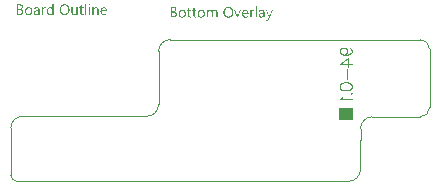
<source format=gbo>
G04*
G04 #@! TF.GenerationSoftware,Altium Limited,Altium Designer,22.2.1 (43)*
G04*
G04 Layer_Color=32896*
%FSLAX44Y44*%
%MOMM*%
G71*
G04*
G04 #@! TF.SameCoordinates,2D2D779E-EA1F-4978-AE9C-AACCEBDA9B96*
G04*
G04*
G04 #@! TF.FilePolarity,Positive*
G04*
G01*
G75*
%ADD12C,0.1000*%
%ADD13C,0.0500*%
%ADD53R,1.3000X1.0931*%
G36*
X28652Y125156D02*
X28722Y125140D01*
X28793Y125116D01*
X28872Y125077D01*
X28950Y125030D01*
X29028Y124967D01*
X29036Y124959D01*
X29060Y124936D01*
X29091Y124897D01*
X29130Y124842D01*
X29162Y124771D01*
X29193Y124692D01*
X29217Y124598D01*
X29225Y124496D01*
Y124481D01*
Y124449D01*
X29217Y124402D01*
X29201Y124332D01*
X29178Y124261D01*
X29138Y124182D01*
X29091Y124104D01*
X29028Y124025D01*
X29021Y124017D01*
X28997Y123994D01*
X28950Y123963D01*
X28895Y123931D01*
X28824Y123900D01*
X28746Y123868D01*
X28660Y123845D01*
X28558Y123837D01*
X28510D01*
X28463Y123845D01*
X28393Y123861D01*
X28322Y123884D01*
X28244Y123916D01*
X28165Y123955D01*
X28087Y124017D01*
X28079Y124025D01*
X28055Y124049D01*
X28024Y124096D01*
X27992Y124151D01*
X27961Y124214D01*
X27930Y124300D01*
X27906Y124394D01*
X27898Y124496D01*
Y124512D01*
Y124543D01*
X27906Y124598D01*
X27922Y124661D01*
X27945Y124740D01*
X27977Y124818D01*
X28024Y124897D01*
X28087Y124967D01*
X28094Y124975D01*
X28118Y124999D01*
X28165Y125030D01*
X28220Y125069D01*
X28291Y125101D01*
X28369Y125132D01*
X28456Y125156D01*
X28558Y125163D01*
X28605D01*
X28652Y125156D01*
D02*
G37*
G36*
X-1746Y115847D02*
X-2766D01*
Y116922D01*
X-2790D01*
X-2798Y116907D01*
X-2821Y116868D01*
X-2868Y116812D01*
X-2923Y116734D01*
X-3002Y116640D01*
X-3088Y116538D01*
X-3198Y116428D01*
X-3331Y116310D01*
X-3473Y116193D01*
X-3637Y116083D01*
X-3818Y115981D01*
X-4014Y115886D01*
X-4226Y115808D01*
X-4462Y115753D01*
X-4713Y115714D01*
X-4979Y115698D01*
X-5034D01*
X-5097Y115706D01*
X-5176Y115714D01*
X-5278Y115722D01*
X-5396Y115745D01*
X-5529Y115769D01*
X-5670Y115808D01*
X-5819Y115847D01*
X-5976Y115910D01*
X-6133Y115973D01*
X-6298Y116059D01*
X-6455Y116153D01*
X-6612Y116271D01*
X-6761Y116404D01*
X-6902Y116553D01*
X-6910Y116561D01*
X-6934Y116593D01*
X-6965Y116640D01*
X-7012Y116711D01*
X-7067Y116797D01*
X-7130Y116899D01*
X-7193Y117024D01*
X-7256Y117166D01*
X-7326Y117323D01*
X-7389Y117495D01*
X-7452Y117692D01*
X-7507Y117896D01*
X-7554Y118115D01*
X-7585Y118359D01*
X-7609Y118610D01*
X-7617Y118877D01*
Y118884D01*
Y118892D01*
Y118916D01*
Y118947D01*
X-7609Y119026D01*
X-7601Y119136D01*
X-7593Y119277D01*
X-7577Y119426D01*
X-7554Y119599D01*
X-7515Y119787D01*
X-7475Y119983D01*
X-7420Y120195D01*
X-7358Y120399D01*
X-7279Y120619D01*
X-7193Y120823D01*
X-7083Y121027D01*
X-6965Y121223D01*
X-6824Y121412D01*
X-6816Y121420D01*
X-6785Y121451D01*
X-6738Y121498D01*
X-6675Y121561D01*
X-6596Y121632D01*
X-6502Y121718D01*
X-6384Y121804D01*
X-6259Y121891D01*
X-6110Y121977D01*
X-5953Y122063D01*
X-5780Y122150D01*
X-5592Y122220D01*
X-5388Y122283D01*
X-5168Y122330D01*
X-4940Y122361D01*
X-4697Y122369D01*
X-4642D01*
X-4571Y122361D01*
X-4485Y122354D01*
X-4375Y122338D01*
X-4250Y122314D01*
X-4116Y122283D01*
X-3967Y122244D01*
X-3810Y122189D01*
X-3653Y122118D01*
X-3496Y122032D01*
X-3339Y121930D01*
X-3190Y121812D01*
X-3041Y121679D01*
X-2907Y121514D01*
X-2790Y121333D01*
X-2766D01*
Y125281D01*
X-1746D01*
Y115847D01*
D02*
G37*
G36*
X34358Y122361D02*
X34428D01*
X34515Y122346D01*
X34617Y122330D01*
X34727Y122314D01*
X34844Y122283D01*
X34970Y122252D01*
X35103Y122205D01*
X35237Y122150D01*
X35370Y122079D01*
X35496Y122000D01*
X35621Y121914D01*
X35739Y121804D01*
X35849Y121686D01*
X35857Y121679D01*
X35872Y121655D01*
X35904Y121616D01*
X35935Y121561D01*
X35975Y121490D01*
X36022Y121404D01*
X36077Y121302D01*
X36131Y121192D01*
X36179Y121059D01*
X36233Y120917D01*
X36281Y120752D01*
X36320Y120580D01*
X36351Y120392D01*
X36383Y120187D01*
X36398Y119976D01*
X36406Y119740D01*
Y115847D01*
X35386D01*
Y119481D01*
Y119489D01*
Y119505D01*
Y119528D01*
Y119567D01*
X35378Y119614D01*
Y119669D01*
X35362Y119795D01*
X35339Y119952D01*
X35307Y120125D01*
X35260Y120305D01*
X35198Y120493D01*
X35119Y120682D01*
X35025Y120862D01*
X34907Y121035D01*
X34758Y121192D01*
X34593Y121318D01*
X34499Y121373D01*
X34389Y121420D01*
X34279Y121459D01*
X34162Y121482D01*
X34036Y121498D01*
X33902Y121506D01*
X33832D01*
X33777Y121498D01*
X33714Y121490D01*
X33636Y121475D01*
X33549Y121459D01*
X33463Y121435D01*
X33361Y121404D01*
X33259Y121365D01*
X33157Y121318D01*
X33047Y121263D01*
X32945Y121192D01*
X32835Y121114D01*
X32733Y121027D01*
X32639Y120925D01*
X32631Y120917D01*
X32615Y120902D01*
X32592Y120870D01*
X32560Y120823D01*
X32521Y120768D01*
X32482Y120698D01*
X32435Y120619D01*
X32388Y120533D01*
X32341Y120431D01*
X32294Y120321D01*
X32254Y120203D01*
X32215Y120077D01*
X32184Y119936D01*
X32160Y119795D01*
X32144Y119638D01*
X32136Y119481D01*
Y115847D01*
X31116D01*
Y122220D01*
X32136D01*
Y121161D01*
X32160D01*
X32168Y121176D01*
X32192Y121216D01*
X32239Y121271D01*
X32294Y121349D01*
X32372Y121443D01*
X32458Y121545D01*
X32568Y121655D01*
X32694Y121765D01*
X32835Y121875D01*
X32992Y121985D01*
X33165Y122087D01*
X33345Y122181D01*
X33549Y122259D01*
X33769Y122314D01*
X34004Y122354D01*
X34256Y122369D01*
X34303D01*
X34358Y122361D01*
D02*
G37*
G36*
X-8763Y122322D02*
X-8676D01*
X-8582Y122306D01*
X-8480Y122291D01*
X-8378Y122275D01*
X-8292Y122244D01*
Y121184D01*
X-8307Y121192D01*
X-8339Y121216D01*
X-8401Y121247D01*
X-8488Y121286D01*
X-8605Y121326D01*
X-8731Y121357D01*
X-8888Y121380D01*
X-9069Y121388D01*
X-9131D01*
X-9179Y121380D01*
X-9233Y121373D01*
X-9296Y121357D01*
X-9445Y121310D01*
X-9532Y121278D01*
X-9618Y121239D01*
X-9712Y121184D01*
X-9806Y121129D01*
X-9893Y121059D01*
X-9987Y120972D01*
X-10073Y120878D01*
X-10160Y120768D01*
X-10167Y120760D01*
X-10175Y120737D01*
X-10199Y120705D01*
X-10230Y120658D01*
X-10262Y120596D01*
X-10301Y120517D01*
X-10340Y120431D01*
X-10379Y120329D01*
X-10419Y120219D01*
X-10458Y120093D01*
X-10497Y119952D01*
X-10529Y119803D01*
X-10560Y119638D01*
X-10583Y119465D01*
X-10591Y119285D01*
X-10599Y119089D01*
Y115847D01*
X-11619D01*
Y122220D01*
X-10599D01*
Y120902D01*
X-10575D01*
Y120910D01*
X-10568Y120933D01*
X-10552Y120964D01*
X-10536Y121011D01*
X-10513Y121067D01*
X-10481Y121137D01*
X-10411Y121286D01*
X-10316Y121459D01*
X-10199Y121632D01*
X-10065Y121796D01*
X-9908Y121953D01*
X-9901Y121961D01*
X-9885Y121969D01*
X-9861Y121985D01*
X-9830Y122016D01*
X-9791Y122040D01*
X-9736Y122071D01*
X-9618Y122142D01*
X-9469Y122212D01*
X-9296Y122275D01*
X-9108Y122314D01*
X-9006Y122322D01*
X-8904Y122330D01*
X-8841D01*
X-8763Y122322D01*
D02*
G37*
G36*
X135043Y120211D02*
X135090D01*
X135145Y120203D01*
X135279Y120179D01*
X135436Y120140D01*
X135616Y120085D01*
X135805Y119999D01*
X136001Y119897D01*
X136103Y119826D01*
X136197Y119755D01*
X136291Y119677D01*
X136385Y119583D01*
X136480Y119481D01*
X136566Y119371D01*
X136644Y119253D01*
X136723Y119120D01*
X136793Y118978D01*
X136856Y118821D01*
X136911Y118657D01*
X136966Y118476D01*
X136997Y118288D01*
X137029Y118076D01*
X137045Y117856D01*
X137052Y117621D01*
Y113696D01*
X136032D01*
Y117354D01*
Y117369D01*
Y117401D01*
Y117456D01*
X136024Y117526D01*
Y117613D01*
X136016Y117715D01*
X136009Y117825D01*
X135993Y117942D01*
X135954Y118194D01*
X135891Y118445D01*
X135859Y118570D01*
X135812Y118680D01*
X135757Y118790D01*
X135702Y118884D01*
Y118892D01*
X135687Y118908D01*
X135671Y118931D01*
X135640Y118955D01*
X135608Y118994D01*
X135561Y119033D01*
X135506Y119073D01*
X135443Y119120D01*
X135373Y119167D01*
X135294Y119206D01*
X135200Y119245D01*
X135106Y119284D01*
X134996Y119308D01*
X134871Y119332D01*
X134745Y119347D01*
X134604Y119355D01*
X134541D01*
X134494Y119347D01*
X134439Y119339D01*
X134376Y119324D01*
X134219Y119284D01*
X134133Y119253D01*
X134046Y119206D01*
X133952Y119159D01*
X133866Y119104D01*
X133772Y119033D01*
X133678Y118955D01*
X133583Y118861D01*
X133497Y118759D01*
X133489Y118751D01*
X133481Y118735D01*
X133458Y118696D01*
X133426Y118657D01*
X133395Y118594D01*
X133356Y118523D01*
X133309Y118445D01*
X133269Y118358D01*
X133230Y118256D01*
X133183Y118146D01*
X133144Y118029D01*
X133112Y117903D01*
X133081Y117770D01*
X133065Y117628D01*
X133050Y117487D01*
X133042Y117330D01*
Y113696D01*
X132022D01*
Y117479D01*
Y117487D01*
Y117503D01*
Y117526D01*
Y117558D01*
X132014Y117605D01*
Y117652D01*
X131998Y117770D01*
X131974Y117911D01*
X131943Y118076D01*
X131904Y118241D01*
X131841Y118421D01*
X131762Y118594D01*
X131668Y118759D01*
X131551Y118923D01*
X131409Y119065D01*
X131244Y119182D01*
X131150Y119229D01*
X131048Y119277D01*
X130938Y119308D01*
X130829Y119332D01*
X130703Y119347D01*
X130569Y119355D01*
X130507D01*
X130460Y119347D01*
X130397Y119339D01*
X130334Y119324D01*
X130177Y119284D01*
X130091Y119253D01*
X130004Y119214D01*
X129910Y119175D01*
X129816Y119120D01*
X129722Y119049D01*
X129628Y118978D01*
X129541Y118892D01*
X129455Y118790D01*
X129447Y118782D01*
X129439Y118766D01*
X129416Y118735D01*
X129384Y118688D01*
X129353Y118633D01*
X129321Y118570D01*
X129282Y118492D01*
X129243Y118398D01*
X129196Y118295D01*
X129157Y118186D01*
X129125Y118068D01*
X129094Y117942D01*
X129062Y117801D01*
X129039Y117652D01*
X129031Y117495D01*
X129023Y117330D01*
Y113696D01*
X128003D01*
Y120069D01*
X129023D01*
Y119057D01*
X129047D01*
X129055Y119073D01*
X129078Y119104D01*
X129117Y119167D01*
X129172Y119237D01*
X129243Y119324D01*
X129329Y119426D01*
X129431Y119528D01*
X129549Y119638D01*
X129683Y119747D01*
X129832Y119850D01*
X129997Y119952D01*
X130169Y120038D01*
X130365Y120109D01*
X130577Y120171D01*
X130797Y120203D01*
X131032Y120218D01*
X131095D01*
X131142Y120211D01*
X131197D01*
X131268Y120203D01*
X131339Y120187D01*
X131417Y120171D01*
X131598Y120132D01*
X131786Y120062D01*
X131974Y119975D01*
X132069Y119912D01*
X132163Y119850D01*
X132171Y119842D01*
X132186Y119834D01*
X132210Y119810D01*
X132241Y119787D01*
X132327Y119700D01*
X132430Y119598D01*
X132540Y119457D01*
X132649Y119292D01*
X132751Y119104D01*
X132830Y118892D01*
X132838Y118908D01*
X132861Y118947D01*
X132908Y119018D01*
X132963Y119096D01*
X133042Y119198D01*
X133128Y119316D01*
X133238Y119434D01*
X133364Y119559D01*
X133505Y119677D01*
X133662Y119803D01*
X133834Y119912D01*
X134023Y120014D01*
X134235Y120093D01*
X134454Y120163D01*
X134698Y120203D01*
X134949Y120218D01*
X135004D01*
X135043Y120211D01*
D02*
G37*
G36*
X167709Y120171D02*
X167795D01*
X167890Y120156D01*
X167992Y120140D01*
X168094Y120124D01*
X168180Y120093D01*
Y119033D01*
X168164Y119041D01*
X168133Y119065D01*
X168070Y119096D01*
X167984Y119135D01*
X167866Y119175D01*
X167740Y119206D01*
X167584Y119229D01*
X167403Y119237D01*
X167340D01*
X167293Y119229D01*
X167238Y119222D01*
X167175Y119206D01*
X167026Y119159D01*
X166940Y119128D01*
X166854Y119088D01*
X166759Y119033D01*
X166665Y118978D01*
X166579Y118908D01*
X166485Y118821D01*
X166398Y118727D01*
X166312Y118617D01*
X166304Y118610D01*
X166296Y118586D01*
X166273Y118555D01*
X166241Y118507D01*
X166210Y118445D01*
X166171Y118366D01*
X166131Y118280D01*
X166092Y118178D01*
X166053Y118068D01*
X166014Y117942D01*
X165975Y117801D01*
X165943Y117652D01*
X165912Y117487D01*
X165888Y117315D01*
X165880Y117134D01*
X165872Y116938D01*
Y113696D01*
X164852D01*
Y120069D01*
X165872D01*
Y118751D01*
X165896D01*
Y118759D01*
X165904Y118782D01*
X165920Y118814D01*
X165935Y118861D01*
X165959Y118916D01*
X165990Y118986D01*
X166061Y119135D01*
X166155Y119308D01*
X166273Y119481D01*
X166406Y119646D01*
X166563Y119803D01*
X166571Y119810D01*
X166587Y119818D01*
X166610Y119834D01*
X166642Y119865D01*
X166681Y119889D01*
X166736Y119920D01*
X166854Y119991D01*
X167003Y120062D01*
X167175Y120124D01*
X167364Y120163D01*
X167466Y120171D01*
X167568Y120179D01*
X167631D01*
X167709Y120171D01*
D02*
G37*
G36*
X18574Y115847D02*
X17554D01*
Y116852D01*
X17530D01*
X17522Y116836D01*
X17499Y116805D01*
X17460Y116742D01*
X17413Y116671D01*
X17342Y116585D01*
X17256Y116491D01*
X17161Y116381D01*
X17044Y116279D01*
X16918Y116169D01*
X16769Y116067D01*
X16612Y115965D01*
X16431Y115878D01*
X16235Y115808D01*
X16031Y115745D01*
X15804Y115714D01*
X15560Y115698D01*
X15505D01*
X15466Y115706D01*
X15411D01*
X15348Y115714D01*
X15278Y115729D01*
X15207Y115737D01*
X15034Y115784D01*
X14838Y115839D01*
X14634Y115926D01*
X14532Y115981D01*
X14422Y116035D01*
X14312Y116106D01*
X14210Y116177D01*
X14108Y116263D01*
X14006Y116357D01*
X13904Y116467D01*
X13810Y116577D01*
X13724Y116703D01*
X13637Y116844D01*
X13567Y116993D01*
X13496Y117150D01*
X13433Y117323D01*
X13378Y117511D01*
X13339Y117715D01*
X13308Y117927D01*
X13292Y118162D01*
X13284Y118406D01*
Y122220D01*
X14297D01*
Y118571D01*
Y118563D01*
Y118547D01*
Y118524D01*
Y118484D01*
X14304Y118437D01*
Y118382D01*
X14320Y118257D01*
X14344Y118100D01*
X14375Y117935D01*
X14430Y117746D01*
X14493Y117566D01*
X14571Y117378D01*
X14673Y117189D01*
X14799Y117024D01*
X14948Y116868D01*
X15129Y116742D01*
X15223Y116687D01*
X15333Y116640D01*
X15450Y116601D01*
X15568Y116577D01*
X15702Y116561D01*
X15843Y116553D01*
X15913D01*
X15968Y116561D01*
X16031Y116569D01*
X16102Y116585D01*
X16188Y116601D01*
X16274Y116624D01*
X16369Y116648D01*
X16471Y116687D01*
X16573Y116734D01*
X16675Y116789D01*
X16777Y116852D01*
X16879Y116922D01*
X16973Y117009D01*
X17067Y117103D01*
X17075Y117111D01*
X17091Y117127D01*
X17114Y117158D01*
X17146Y117205D01*
X17177Y117260D01*
X17224Y117323D01*
X17263Y117401D01*
X17311Y117487D01*
X17358Y117590D01*
X17397Y117699D01*
X17444Y117817D01*
X17475Y117943D01*
X17507Y118084D01*
X17530Y118225D01*
X17546Y118382D01*
X17554Y118547D01*
Y122220D01*
X18574D01*
Y115847D01*
D02*
G37*
G36*
X29052D02*
X28032D01*
Y122220D01*
X29052D01*
Y115847D01*
D02*
G37*
G36*
X25968D02*
X24947D01*
Y125281D01*
X25968D01*
Y115847D01*
D02*
G37*
G36*
X-15693Y122361D02*
X-15638D01*
X-15583Y122354D01*
X-15512Y122346D01*
X-15434Y122330D01*
X-15269Y122299D01*
X-15073Y122244D01*
X-14877Y122173D01*
X-14665Y122071D01*
X-14453Y121945D01*
X-14351Y121875D01*
X-14249Y121789D01*
X-14154Y121694D01*
X-14060Y121600D01*
X-13974Y121490D01*
X-13895Y121365D01*
X-13817Y121239D01*
X-13746Y121098D01*
X-13691Y120941D01*
X-13636Y120776D01*
X-13597Y120603D01*
X-13566Y120407D01*
X-13550Y120211D01*
X-13542Y119991D01*
Y115847D01*
X-14563D01*
Y116836D01*
X-14586D01*
X-14594Y116820D01*
X-14618Y116789D01*
X-14657Y116734D01*
X-14712Y116656D01*
X-14782Y116569D01*
X-14869Y116475D01*
X-14963Y116373D01*
X-15081Y116271D01*
X-15214Y116161D01*
X-15355Y116059D01*
X-15520Y115965D01*
X-15693Y115878D01*
X-15889Y115800D01*
X-16093Y115745D01*
X-16313Y115714D01*
X-16548Y115698D01*
X-16643D01*
X-16705Y115706D01*
X-16784Y115714D01*
X-16878Y115722D01*
X-16980Y115737D01*
X-17090Y115761D01*
X-17333Y115824D01*
X-17451Y115863D01*
X-17577Y115910D01*
X-17702Y115965D01*
X-17820Y116035D01*
X-17930Y116114D01*
X-18040Y116200D01*
X-18047Y116208D01*
X-18063Y116224D01*
X-18087Y116255D01*
X-18126Y116294D01*
X-18165Y116342D01*
X-18204Y116404D01*
X-18259Y116475D01*
X-18306Y116553D01*
X-18354Y116648D01*
X-18401Y116750D01*
X-18448Y116860D01*
X-18487Y116977D01*
X-18526Y117103D01*
X-18550Y117236D01*
X-18565Y117386D01*
X-18573Y117535D01*
Y117542D01*
Y117558D01*
Y117582D01*
X-18565Y117613D01*
Y117652D01*
X-18558Y117699D01*
X-18542Y117817D01*
X-18511Y117958D01*
X-18463Y118115D01*
X-18401Y118288D01*
X-18306Y118469D01*
X-18197Y118649D01*
X-18063Y118830D01*
X-17977Y118916D01*
X-17890Y119002D01*
X-17788Y119089D01*
X-17686Y119167D01*
X-17569Y119246D01*
X-17443Y119316D01*
X-17310Y119379D01*
X-17161Y119442D01*
X-17004Y119497D01*
X-16839Y119544D01*
X-16658Y119583D01*
X-16470Y119614D01*
X-14563Y119881D01*
Y119889D01*
Y119897D01*
Y119921D01*
Y119952D01*
X-14570Y120030D01*
X-14586Y120133D01*
X-14602Y120258D01*
X-14633Y120399D01*
X-14672Y120541D01*
X-14727Y120698D01*
X-14798Y120847D01*
X-14884Y120996D01*
X-14986Y121129D01*
X-15112Y121255D01*
X-15269Y121357D01*
X-15442Y121435D01*
X-15536Y121467D01*
X-15646Y121490D01*
X-15756Y121498D01*
X-15873Y121506D01*
X-15928D01*
X-15983Y121498D01*
X-16070Y121490D01*
X-16172Y121482D01*
X-16289Y121467D01*
X-16423Y121443D01*
X-16564Y121412D01*
X-16721Y121365D01*
X-16886Y121318D01*
X-17059Y121255D01*
X-17239Y121176D01*
X-17420Y121082D01*
X-17600Y120980D01*
X-17781Y120862D01*
X-17953Y120721D01*
Y121765D01*
X-17945Y121773D01*
X-17914Y121789D01*
X-17859Y121820D01*
X-17788Y121859D01*
X-17694Y121906D01*
X-17592Y121953D01*
X-17467Y122008D01*
X-17325Y122071D01*
X-17176Y122126D01*
X-17011Y122181D01*
X-16831Y122228D01*
X-16643Y122275D01*
X-16438Y122314D01*
X-16234Y122346D01*
X-16015Y122361D01*
X-15787Y122369D01*
X-15732D01*
X-15693Y122361D01*
D02*
G37*
G36*
X-30009Y124763D02*
X-29915Y124755D01*
X-29805Y124740D01*
X-29679Y124724D01*
X-29538Y124700D01*
X-29397Y124669D01*
X-29247Y124630D01*
X-29090Y124583D01*
X-28941Y124528D01*
X-28784Y124465D01*
X-28643Y124386D01*
X-28502Y124300D01*
X-28368Y124198D01*
X-28361Y124190D01*
X-28337Y124174D01*
X-28305Y124143D01*
X-28266Y124096D01*
X-28211Y124041D01*
X-28156Y123970D01*
X-28094Y123892D01*
X-28031Y123806D01*
X-27968Y123704D01*
X-27905Y123594D01*
X-27850Y123468D01*
X-27795Y123343D01*
X-27756Y123201D01*
X-27725Y123052D01*
X-27701Y122895D01*
X-27693Y122730D01*
Y122723D01*
Y122699D01*
Y122660D01*
X-27701Y122605D01*
X-27709Y122534D01*
X-27717Y122464D01*
X-27725Y122377D01*
X-27740Y122283D01*
X-27795Y122071D01*
X-27866Y121851D01*
X-27913Y121734D01*
X-27968Y121624D01*
X-28031Y121514D01*
X-28101Y121404D01*
X-28109Y121396D01*
X-28117Y121380D01*
X-28141Y121349D01*
X-28180Y121310D01*
X-28219Y121271D01*
X-28266Y121216D01*
X-28329Y121161D01*
X-28392Y121098D01*
X-28470Y121035D01*
X-28557Y120964D01*
X-28651Y120902D01*
X-28753Y120831D01*
X-28863Y120768D01*
X-28973Y120713D01*
X-29232Y120611D01*
Y120588D01*
X-29224D01*
X-29192Y120580D01*
X-29145Y120572D01*
X-29083Y120564D01*
X-29004Y120548D01*
X-28918Y120525D01*
X-28816Y120493D01*
X-28714Y120462D01*
X-28486Y120376D01*
X-28361Y120321D01*
X-28243Y120250D01*
X-28125Y120180D01*
X-28007Y120101D01*
X-27890Y120007D01*
X-27787Y119905D01*
X-27780Y119897D01*
X-27764Y119881D01*
X-27740Y119850D01*
X-27701Y119803D01*
X-27662Y119740D01*
X-27615Y119677D01*
X-27568Y119591D01*
X-27513Y119505D01*
X-27466Y119403D01*
X-27419Y119285D01*
X-27371Y119167D01*
X-27332Y119034D01*
X-27293Y118884D01*
X-27269Y118735D01*
X-27254Y118579D01*
X-27246Y118406D01*
Y118390D01*
Y118359D01*
X-27254Y118296D01*
X-27262Y118217D01*
X-27269Y118115D01*
X-27293Y118006D01*
X-27317Y117880D01*
X-27348Y117746D01*
X-27395Y117597D01*
X-27450Y117448D01*
X-27513Y117299D01*
X-27591Y117142D01*
X-27685Y116985D01*
X-27795Y116836D01*
X-27921Y116695D01*
X-28070Y116553D01*
X-28078Y116546D01*
X-28109Y116522D01*
X-28156Y116491D01*
X-28219Y116444D01*
X-28298Y116389D01*
X-28400Y116334D01*
X-28510Y116263D01*
X-28635Y116200D01*
X-28784Y116138D01*
X-28941Y116075D01*
X-29106Y116012D01*
X-29295Y115957D01*
X-29491Y115910D01*
X-29695Y115878D01*
X-29915Y115855D01*
X-30142Y115847D01*
X-32740D01*
Y124771D01*
X-30095D01*
X-30009Y124763D01*
D02*
G37*
G36*
X21980Y122220D02*
X23589D01*
Y121341D01*
X21980D01*
Y117754D01*
Y117746D01*
Y117723D01*
Y117692D01*
Y117652D01*
X21988Y117597D01*
X21996Y117535D01*
X22012Y117401D01*
X22035Y117244D01*
X22075Y117095D01*
X22130Y116954D01*
X22161Y116891D01*
X22200Y116836D01*
X22208Y116828D01*
X22239Y116797D01*
X22294Y116750D01*
X22373Y116703D01*
X22475Y116648D01*
X22601Y116608D01*
X22750Y116577D01*
X22922Y116561D01*
X22985D01*
X23056Y116569D01*
X23150Y116585D01*
X23252Y116616D01*
X23370Y116648D01*
X23479Y116703D01*
X23589Y116773D01*
Y115902D01*
X23582D01*
X23574Y115894D01*
X23550Y115886D01*
X23527Y115871D01*
X23440Y115839D01*
X23338Y115808D01*
X23197Y115777D01*
X23032Y115745D01*
X22844Y115722D01*
X22632Y115714D01*
X22561D01*
X22475Y115729D01*
X22373Y115745D01*
X22247Y115769D01*
X22106Y115816D01*
X21949Y115871D01*
X21800Y115949D01*
X21643Y116043D01*
X21486Y116169D01*
X21345Y116318D01*
X21282Y116404D01*
X21219Y116499D01*
X21164Y116601D01*
X21117Y116711D01*
X21070Y116828D01*
X21031Y116962D01*
X20999Y117095D01*
X20976Y117244D01*
X20968Y117401D01*
X20960Y117574D01*
Y121341D01*
X19869D01*
Y122220D01*
X20960D01*
Y123774D01*
X21980Y124104D01*
Y122220D01*
D02*
G37*
G36*
X40950Y122361D02*
X41037Y122354D01*
X41147Y122346D01*
X41265Y122330D01*
X41398Y122299D01*
X41539Y122267D01*
X41696Y122228D01*
X41853Y122173D01*
X42010Y122102D01*
X42175Y122024D01*
X42332Y121930D01*
X42481Y121820D01*
X42630Y121694D01*
X42764Y121553D01*
X42771Y121545D01*
X42795Y121514D01*
X42826Y121467D01*
X42873Y121404D01*
X42920Y121326D01*
X42983Y121223D01*
X43046Y121106D01*
X43109Y120972D01*
X43172Y120815D01*
X43235Y120651D01*
X43297Y120462D01*
X43344Y120266D01*
X43391Y120046D01*
X43423Y119818D01*
X43446Y119567D01*
X43454Y119308D01*
Y118775D01*
X38949D01*
Y118759D01*
Y118728D01*
X38957Y118673D01*
X38965Y118602D01*
X38973Y118508D01*
X38988Y118406D01*
X39004Y118296D01*
X39035Y118170D01*
X39106Y117903D01*
X39153Y117770D01*
X39208Y117629D01*
X39271Y117495D01*
X39342Y117362D01*
X39428Y117244D01*
X39522Y117127D01*
X39530Y117119D01*
X39546Y117103D01*
X39577Y117072D01*
X39624Y117040D01*
X39679Y116993D01*
X39750Y116946D01*
X39828Y116891D01*
X39915Y116844D01*
X40016Y116789D01*
X40134Y116734D01*
X40252Y116687D01*
X40393Y116640D01*
X40535Y116608D01*
X40691Y116577D01*
X40856Y116561D01*
X41029Y116553D01*
X41076D01*
X41131Y116561D01*
X41210D01*
X41304Y116577D01*
X41414Y116593D01*
X41539Y116616D01*
X41680Y116640D01*
X41830Y116679D01*
X41986Y116726D01*
X42151Y116781D01*
X42316Y116852D01*
X42489Y116930D01*
X42661Y117024D01*
X42834Y117134D01*
X43007Y117260D01*
Y116302D01*
X42999Y116294D01*
X42968Y116279D01*
X42920Y116247D01*
X42858Y116208D01*
X42771Y116161D01*
X42669Y116114D01*
X42552Y116059D01*
X42418Y116004D01*
X42261Y115941D01*
X42096Y115886D01*
X41916Y115839D01*
X41720Y115792D01*
X41508Y115753D01*
X41280Y115722D01*
X41037Y115706D01*
X40786Y115698D01*
X40723D01*
X40660Y115706D01*
X40566Y115714D01*
X40448Y115722D01*
X40315Y115745D01*
X40174Y115769D01*
X40016Y115808D01*
X39852Y115855D01*
X39679Y115910D01*
X39499Y115981D01*
X39326Y116059D01*
X39145Y116161D01*
X38981Y116279D01*
X38816Y116412D01*
X38667Y116561D01*
X38659Y116569D01*
X38635Y116601D01*
X38596Y116656D01*
X38549Y116726D01*
X38486Y116812D01*
X38423Y116922D01*
X38353Y117048D01*
X38282Y117197D01*
X38211Y117354D01*
X38141Y117542D01*
X38078Y117739D01*
X38015Y117958D01*
X37968Y118194D01*
X37929Y118445D01*
X37905Y118720D01*
X37897Y119002D01*
Y119010D01*
Y119018D01*
Y119042D01*
Y119065D01*
X37905Y119144D01*
X37913Y119253D01*
X37921Y119379D01*
X37945Y119520D01*
X37968Y119685D01*
X37999Y119866D01*
X38047Y120054D01*
X38101Y120250D01*
X38172Y120454D01*
X38251Y120658D01*
X38345Y120855D01*
X38463Y121059D01*
X38588Y121247D01*
X38737Y121427D01*
X38745Y121435D01*
X38777Y121467D01*
X38823Y121514D01*
X38886Y121577D01*
X38973Y121647D01*
X39075Y121726D01*
X39185Y121812D01*
X39318Y121898D01*
X39459Y121985D01*
X39624Y122071D01*
X39797Y122150D01*
X39977Y122220D01*
X40174Y122283D01*
X40385Y122330D01*
X40605Y122361D01*
X40833Y122369D01*
X40888D01*
X40950Y122361D01*
D02*
G37*
G36*
X7822Y124912D02*
X7876D01*
X7932Y124904D01*
X8002D01*
X8159Y124881D01*
X8340Y124857D01*
X8544Y124818D01*
X8763Y124763D01*
X8991Y124700D01*
X9234Y124614D01*
X9478Y124512D01*
X9729Y124394D01*
X9980Y124253D01*
X10215Y124088D01*
X10451Y123892D01*
X10671Y123672D01*
X10686Y123657D01*
X10718Y123617D01*
X10773Y123547D01*
X10851Y123445D01*
X10930Y123319D01*
X11032Y123170D01*
X11134Y122997D01*
X11236Y122801D01*
X11338Y122573D01*
X11440Y122330D01*
X11542Y122063D01*
X11628Y121773D01*
X11699Y121459D01*
X11754Y121129D01*
X11785Y120784D01*
X11801Y120415D01*
Y120407D01*
Y120392D01*
Y120360D01*
Y120321D01*
X11793Y120266D01*
Y120203D01*
X11785Y120133D01*
Y120054D01*
X11777Y119968D01*
X11769Y119874D01*
X11738Y119662D01*
X11707Y119418D01*
X11659Y119167D01*
X11597Y118892D01*
X11518Y118610D01*
X11424Y118327D01*
X11314Y118037D01*
X11181Y117754D01*
X11024Y117472D01*
X10843Y117213D01*
X10639Y116962D01*
X10624Y116946D01*
X10584Y116907D01*
X10522Y116844D01*
X10427Y116765D01*
X10310Y116671D01*
X10168Y116561D01*
X10011Y116452D01*
X9823Y116334D01*
X9611Y116216D01*
X9376Y116098D01*
X9124Y115988D01*
X8850Y115894D01*
X8551Y115816D01*
X8238Y115753D01*
X7900Y115714D01*
X7547Y115698D01*
X7461D01*
X7421Y115706D01*
X7366D01*
X7304Y115714D01*
X7233Y115722D01*
X7068Y115737D01*
X6888Y115761D01*
X6676Y115800D01*
X6456Y115855D01*
X6213Y115918D01*
X5969Y116004D01*
X5718Y116106D01*
X5459Y116224D01*
X5208Y116365D01*
X4965Y116538D01*
X4721Y116726D01*
X4502Y116946D01*
X4486Y116962D01*
X4455Y117001D01*
X4400Y117072D01*
X4321Y117174D01*
X4235Y117299D01*
X4141Y117448D01*
X4038Y117621D01*
X3936Y117825D01*
X3827Y118045D01*
X3725Y118288D01*
X3630Y118555D01*
X3544Y118845D01*
X3466Y119159D01*
X3411Y119489D01*
X3379Y119834D01*
X3364Y120203D01*
Y120211D01*
Y120227D01*
Y120258D01*
Y120297D01*
X3371Y120352D01*
Y120407D01*
X3379Y120478D01*
Y120556D01*
X3387Y120643D01*
X3403Y120745D01*
X3426Y120949D01*
X3458Y121184D01*
X3513Y121435D01*
X3568Y121710D01*
X3646Y121985D01*
X3740Y122267D01*
X3850Y122558D01*
X3984Y122840D01*
X4141Y123115D01*
X4321Y123382D01*
X4525Y123633D01*
X4541Y123649D01*
X4580Y123688D01*
X4643Y123751D01*
X4737Y123837D01*
X4855Y123931D01*
X5004Y124041D01*
X5169Y124159D01*
X5357Y124277D01*
X5577Y124394D01*
X5812Y124512D01*
X6071Y124622D01*
X6354Y124716D01*
X6660Y124802D01*
X6982Y124865D01*
X7327Y124904D01*
X7696Y124920D01*
X7775D01*
X7822Y124912D01*
D02*
G37*
G36*
X-22623Y122361D02*
X-22521Y122354D01*
X-22403Y122346D01*
X-22262Y122322D01*
X-22113Y122299D01*
X-21948Y122259D01*
X-21768Y122212D01*
X-21587Y122157D01*
X-21407Y122087D01*
X-21218Y122000D01*
X-21038Y121898D01*
X-20857Y121781D01*
X-20692Y121647D01*
X-20535Y121490D01*
X-20528Y121482D01*
X-20504Y121451D01*
X-20465Y121396D01*
X-20410Y121326D01*
X-20347Y121239D01*
X-20284Y121129D01*
X-20206Y121004D01*
X-20135Y120855D01*
X-20057Y120690D01*
X-19986Y120509D01*
X-19923Y120313D01*
X-19860Y120093D01*
X-19806Y119858D01*
X-19766Y119607D01*
X-19743Y119340D01*
X-19735Y119057D01*
Y119049D01*
Y119042D01*
Y119018D01*
Y118987D01*
X-19743Y118908D01*
X-19751Y118806D01*
X-19758Y118673D01*
X-19782Y118524D01*
X-19806Y118359D01*
X-19845Y118178D01*
X-19892Y117990D01*
X-19947Y117786D01*
X-20017Y117582D01*
X-20096Y117378D01*
X-20198Y117174D01*
X-20316Y116977D01*
X-20449Y116789D01*
X-20598Y116608D01*
X-20606Y116601D01*
X-20637Y116569D01*
X-20684Y116522D01*
X-20755Y116467D01*
X-20842Y116397D01*
X-20944Y116318D01*
X-21069Y116240D01*
X-21210Y116153D01*
X-21367Y116067D01*
X-21540Y115988D01*
X-21728Y115910D01*
X-21932Y115839D01*
X-22160Y115784D01*
X-22396Y115737D01*
X-22639Y115706D01*
X-22906Y115698D01*
X-22968D01*
X-23039Y115706D01*
X-23141Y115714D01*
X-23259Y115722D01*
X-23400Y115745D01*
X-23549Y115769D01*
X-23714Y115808D01*
X-23895Y115855D01*
X-24075Y115918D01*
X-24264Y115988D01*
X-24452Y116075D01*
X-24640Y116177D01*
X-24829Y116294D01*
X-25001Y116428D01*
X-25166Y116585D01*
X-25174Y116593D01*
X-25205Y116624D01*
X-25245Y116679D01*
X-25299Y116750D01*
X-25362Y116836D01*
X-25433Y116946D01*
X-25504Y117072D01*
X-25582Y117221D01*
X-25661Y117378D01*
X-25739Y117558D01*
X-25810Y117754D01*
X-25872Y117966D01*
X-25927Y118186D01*
X-25967Y118429D01*
X-25998Y118688D01*
X-26006Y118955D01*
Y118963D01*
Y118971D01*
Y118994D01*
Y119026D01*
X-25998Y119112D01*
X-25990Y119222D01*
X-25982Y119355D01*
X-25959Y119512D01*
X-25935Y119685D01*
X-25896Y119874D01*
X-25849Y120070D01*
X-25794Y120274D01*
X-25723Y120486D01*
X-25637Y120698D01*
X-25535Y120902D01*
X-25425Y121098D01*
X-25292Y121286D01*
X-25135Y121467D01*
X-25127Y121475D01*
X-25096Y121506D01*
X-25041Y121553D01*
X-24970Y121608D01*
X-24883Y121679D01*
X-24774Y121749D01*
X-24648Y121836D01*
X-24507Y121922D01*
X-24350Y122000D01*
X-24169Y122087D01*
X-23973Y122157D01*
X-23761Y122228D01*
X-23534Y122283D01*
X-23290Y122330D01*
X-23031Y122361D01*
X-22757Y122369D01*
X-22694D01*
X-22623Y122361D01*
D02*
G37*
G36*
X180997Y112676D02*
Y112668D01*
X180989Y112652D01*
X180973Y112629D01*
X180958Y112590D01*
X180942Y112542D01*
X180918Y112495D01*
X180855Y112370D01*
X180769Y112221D01*
X180675Y112048D01*
X180557Y111875D01*
X180424Y111687D01*
X180275Y111507D01*
X180110Y111326D01*
X179929Y111153D01*
X179733Y111004D01*
X179521Y110879D01*
X179411Y110831D01*
X179294Y110784D01*
X179176Y110745D01*
X179050Y110722D01*
X178925Y110706D01*
X178791Y110698D01*
X178729D01*
X178650Y110706D01*
X178556D01*
X178454Y110722D01*
X178344Y110737D01*
X178226Y110753D01*
X178124Y110784D01*
Y111695D01*
X178140Y111687D01*
X178179Y111679D01*
X178242Y111664D01*
X178320Y111640D01*
X178414Y111616D01*
X178517Y111601D01*
X178626Y111593D01*
X178729Y111585D01*
X178760D01*
X178799Y111593D01*
X178854Y111601D01*
X178917Y111616D01*
X178995Y111632D01*
X179074Y111664D01*
X179168Y111703D01*
X179254Y111750D01*
X179356Y111813D01*
X179450Y111883D01*
X179545Y111970D01*
X179639Y112079D01*
X179733Y112197D01*
X179812Y112338D01*
X179890Y112503D01*
X180400Y113704D01*
X177912Y120069D01*
X179042D01*
X180769Y115164D01*
Y115156D01*
X180777Y115140D01*
X180785Y115117D01*
X180800Y115070D01*
X180816Y115007D01*
X180832Y114921D01*
X180863Y114811D01*
X180895Y114677D01*
X180934D01*
Y114685D01*
X180942Y114709D01*
X180950Y114740D01*
X180965Y114795D01*
X180981Y114858D01*
X180997Y114936D01*
X181028Y115038D01*
X181059Y115148D01*
X182873Y120069D01*
X183924D01*
X180997Y112676D01*
D02*
G37*
G36*
X154555Y113696D02*
X153550D01*
X151141Y120069D01*
X152255D01*
X153880Y115439D01*
Y115431D01*
X153888Y115415D01*
X153896Y115392D01*
X153911Y115352D01*
X153927Y115305D01*
X153943Y115258D01*
X153974Y115133D01*
X154013Y114999D01*
X154052Y114850D01*
X154076Y114693D01*
X154100Y114544D01*
X154123D01*
Y114552D01*
Y114567D01*
X154131Y114591D01*
X154139Y114622D01*
Y114670D01*
X154155Y114717D01*
X154170Y114834D01*
X154202Y114968D01*
X154233Y115109D01*
X154280Y115258D01*
X154327Y115407D01*
X156015Y120069D01*
X157090D01*
X154555Y113696D01*
D02*
G37*
G36*
X174781Y120211D02*
X174836D01*
X174890Y120203D01*
X174961Y120195D01*
X175040Y120179D01*
X175205Y120148D01*
X175401Y120093D01*
X175597Y120022D01*
X175809Y119920D01*
X176021Y119795D01*
X176123Y119724D01*
X176225Y119638D01*
X176319Y119544D01*
X176413Y119449D01*
X176500Y119339D01*
X176578Y119214D01*
X176656Y119088D01*
X176727Y118947D01*
X176782Y118790D01*
X176837Y118625D01*
X176876Y118453D01*
X176908Y118256D01*
X176923Y118060D01*
X176931Y117840D01*
Y113696D01*
X175911D01*
Y114685D01*
X175887D01*
X175879Y114670D01*
X175856Y114638D01*
X175817Y114583D01*
X175762Y114505D01*
X175691Y114418D01*
X175605Y114324D01*
X175511Y114222D01*
X175393Y114120D01*
X175259Y114010D01*
X175118Y113908D01*
X174953Y113814D01*
X174781Y113728D01*
X174584Y113649D01*
X174380Y113594D01*
X174161Y113563D01*
X173925Y113547D01*
X173831D01*
X173768Y113555D01*
X173690Y113563D01*
X173596Y113571D01*
X173493Y113586D01*
X173384Y113610D01*
X173140Y113673D01*
X173022Y113712D01*
X172897Y113759D01*
X172771Y113814D01*
X172654Y113885D01*
X172544Y113963D01*
X172434Y114050D01*
X172426Y114057D01*
X172410Y114073D01*
X172387Y114104D01*
X172348Y114144D01*
X172308Y114191D01*
X172269Y114254D01*
X172214Y114324D01*
X172167Y114403D01*
X172120Y114497D01*
X172073Y114599D01*
X172026Y114709D01*
X171987Y114826D01*
X171947Y114952D01*
X171924Y115085D01*
X171908Y115235D01*
X171900Y115384D01*
Y115392D01*
Y115407D01*
Y115431D01*
X171908Y115462D01*
Y115501D01*
X171916Y115548D01*
X171932Y115666D01*
X171963Y115808D01*
X172010Y115964D01*
X172073Y116137D01*
X172167Y116318D01*
X172277Y116498D01*
X172410Y116679D01*
X172497Y116765D01*
X172583Y116851D01*
X172685Y116938D01*
X172787Y117016D01*
X172905Y117095D01*
X173030Y117165D01*
X173164Y117228D01*
X173313Y117291D01*
X173470Y117346D01*
X173635Y117393D01*
X173815Y117432D01*
X174004Y117464D01*
X175911Y117730D01*
Y117738D01*
Y117746D01*
Y117770D01*
Y117801D01*
X175903Y117880D01*
X175887Y117982D01*
X175872Y118107D01*
X175840Y118249D01*
X175801Y118390D01*
X175746Y118547D01*
X175675Y118696D01*
X175589Y118845D01*
X175487Y118978D01*
X175361Y119104D01*
X175205Y119206D01*
X175032Y119284D01*
X174938Y119316D01*
X174828Y119339D01*
X174718Y119347D01*
X174600Y119355D01*
X174545D01*
X174490Y119347D01*
X174404Y119339D01*
X174302Y119332D01*
X174184Y119316D01*
X174051Y119292D01*
X173909Y119261D01*
X173752Y119214D01*
X173588Y119167D01*
X173415Y119104D01*
X173235Y119025D01*
X173054Y118931D01*
X172873Y118829D01*
X172693Y118712D01*
X172520Y118570D01*
Y119614D01*
X172528Y119622D01*
X172560Y119638D01*
X172614Y119669D01*
X172685Y119708D01*
X172779Y119755D01*
X172881Y119803D01*
X173007Y119857D01*
X173148Y119920D01*
X173297Y119975D01*
X173462Y120030D01*
X173643Y120077D01*
X173831Y120124D01*
X174035Y120163D01*
X174239Y120195D01*
X174459Y120211D01*
X174686Y120218D01*
X174741D01*
X174781Y120211D01*
D02*
G37*
G36*
X170307Y113696D02*
X169287D01*
Y123130D01*
X170307D01*
Y113696D01*
D02*
G37*
G36*
X99991Y122612D02*
X100085Y122604D01*
X100195Y122589D01*
X100321Y122573D01*
X100462Y122549D01*
X100604Y122518D01*
X100753Y122479D01*
X100910Y122432D01*
X101059Y122377D01*
X101216Y122314D01*
X101357Y122235D01*
X101498Y122149D01*
X101632Y122047D01*
X101639Y122039D01*
X101663Y122024D01*
X101694Y121992D01*
X101734Y121945D01*
X101789Y121890D01*
X101844Y121820D01*
X101906Y121741D01*
X101969Y121655D01*
X102032Y121553D01*
X102095Y121443D01*
X102150Y121317D01*
X102205Y121192D01*
X102244Y121050D01*
X102275Y120901D01*
X102299Y120744D01*
X102307Y120580D01*
Y120572D01*
Y120548D01*
Y120509D01*
X102299Y120454D01*
X102291Y120383D01*
X102283Y120313D01*
X102275Y120226D01*
X102260Y120132D01*
X102205Y119920D01*
X102134Y119700D01*
X102087Y119583D01*
X102032Y119473D01*
X101969Y119363D01*
X101898Y119253D01*
X101891Y119245D01*
X101883Y119229D01*
X101859Y119198D01*
X101820Y119159D01*
X101781Y119120D01*
X101734Y119065D01*
X101671Y119010D01*
X101608Y118947D01*
X101530Y118884D01*
X101443Y118814D01*
X101349Y118751D01*
X101247Y118680D01*
X101137Y118617D01*
X101027Y118562D01*
X100768Y118460D01*
Y118437D01*
X100776D01*
X100808Y118429D01*
X100855Y118421D01*
X100918Y118413D01*
X100996Y118398D01*
X101082Y118374D01*
X101184Y118343D01*
X101286Y118311D01*
X101514Y118225D01*
X101639Y118170D01*
X101757Y118099D01*
X101875Y118029D01*
X101993Y117950D01*
X102110Y117856D01*
X102212Y117754D01*
X102220Y117746D01*
X102236Y117730D01*
X102260Y117699D01*
X102299Y117652D01*
X102338Y117589D01*
X102385Y117526D01*
X102432Y117440D01*
X102487Y117354D01*
X102534Y117252D01*
X102581Y117134D01*
X102628Y117016D01*
X102668Y116883D01*
X102707Y116734D01*
X102731Y116585D01*
X102746Y116428D01*
X102754Y116255D01*
Y116239D01*
Y116208D01*
X102746Y116145D01*
X102738Y116067D01*
X102731Y115964D01*
X102707Y115855D01*
X102683Y115729D01*
X102652Y115596D01*
X102605Y115447D01*
X102550Y115297D01*
X102487Y115148D01*
X102409Y114991D01*
X102315Y114834D01*
X102205Y114685D01*
X102079Y114544D01*
X101930Y114403D01*
X101922Y114395D01*
X101891Y114371D01*
X101844Y114340D01*
X101781Y114293D01*
X101702Y114238D01*
X101600Y114183D01*
X101490Y114112D01*
X101365Y114050D01*
X101216Y113987D01*
X101059Y113924D01*
X100894Y113861D01*
X100705Y113806D01*
X100509Y113759D01*
X100305Y113728D01*
X100085Y113704D01*
X99858Y113696D01*
X97260D01*
Y122620D01*
X99905D01*
X99991Y122612D01*
D02*
G37*
G36*
X117564Y120069D02*
X119173D01*
Y119190D01*
X117564D01*
Y115604D01*
Y115596D01*
Y115572D01*
Y115541D01*
Y115501D01*
X117572Y115447D01*
X117580Y115384D01*
X117596Y115250D01*
X117619Y115093D01*
X117659Y114944D01*
X117713Y114803D01*
X117745Y114740D01*
X117784Y114685D01*
X117792Y114677D01*
X117823Y114646D01*
X117878Y114599D01*
X117957Y114552D01*
X118059Y114497D01*
X118184Y114458D01*
X118334Y114426D01*
X118506Y114410D01*
X118569D01*
X118640Y114418D01*
X118734Y114434D01*
X118836Y114465D01*
X118954Y114497D01*
X119063Y114552D01*
X119173Y114622D01*
Y113751D01*
X119165D01*
X119158Y113743D01*
X119134Y113736D01*
X119110Y113720D01*
X119024Y113688D01*
X118922Y113657D01*
X118781Y113626D01*
X118616Y113594D01*
X118428Y113571D01*
X118216Y113563D01*
X118145D01*
X118059Y113579D01*
X117957Y113594D01*
X117831Y113618D01*
X117690Y113665D01*
X117533Y113720D01*
X117384Y113798D01*
X117227Y113892D01*
X117070Y114018D01*
X116929Y114167D01*
X116866Y114254D01*
X116803Y114348D01*
X116748Y114450D01*
X116701Y114560D01*
X116654Y114677D01*
X116615Y114811D01*
X116583Y114944D01*
X116560Y115093D01*
X116552Y115250D01*
X116544Y115423D01*
Y119190D01*
X115453D01*
Y120069D01*
X116544D01*
Y121623D01*
X117564Y121953D01*
Y120069D01*
D02*
G37*
G36*
X113248D02*
X114857D01*
Y119190D01*
X113248D01*
Y115604D01*
Y115596D01*
Y115572D01*
Y115541D01*
Y115501D01*
X113256Y115447D01*
X113263Y115384D01*
X113279Y115250D01*
X113302Y115093D01*
X113342Y114944D01*
X113397Y114803D01*
X113428Y114740D01*
X113467Y114685D01*
X113475Y114677D01*
X113507Y114646D01*
X113561Y114599D01*
X113640Y114552D01*
X113742Y114497D01*
X113868Y114458D01*
X114017Y114426D01*
X114189Y114410D01*
X114252D01*
X114323Y114418D01*
X114417Y114434D01*
X114519Y114465D01*
X114637Y114497D01*
X114747Y114552D01*
X114857Y114622D01*
Y113751D01*
X114849D01*
X114841Y113743D01*
X114817Y113736D01*
X114794Y113720D01*
X114707Y113688D01*
X114605Y113657D01*
X114464Y113626D01*
X114299Y113594D01*
X114111Y113571D01*
X113899Y113563D01*
X113828D01*
X113742Y113579D01*
X113640Y113594D01*
X113514Y113618D01*
X113373Y113665D01*
X113216Y113720D01*
X113067Y113798D01*
X112910Y113892D01*
X112753Y114018D01*
X112612Y114167D01*
X112549Y114254D01*
X112486Y114348D01*
X112431Y114450D01*
X112384Y114560D01*
X112337Y114677D01*
X112298Y114811D01*
X112267Y114944D01*
X112243Y115093D01*
X112235Y115250D01*
X112227Y115423D01*
Y119190D01*
X111136D01*
Y120069D01*
X112227D01*
Y121623D01*
X113248Y121953D01*
Y120069D01*
D02*
G37*
G36*
X160810Y120211D02*
X160896Y120203D01*
X161006Y120195D01*
X161124Y120179D01*
X161257Y120148D01*
X161399Y120116D01*
X161556Y120077D01*
X161713Y120022D01*
X161870Y119952D01*
X162034Y119873D01*
X162192Y119779D01*
X162341Y119669D01*
X162490Y119544D01*
X162623Y119402D01*
X162631Y119394D01*
X162654Y119363D01*
X162686Y119316D01*
X162733Y119253D01*
X162780Y119175D01*
X162843Y119073D01*
X162906Y118955D01*
X162969Y118821D01*
X163031Y118664D01*
X163094Y118500D01*
X163157Y118311D01*
X163204Y118115D01*
X163251Y117895D01*
X163282Y117668D01*
X163306Y117416D01*
X163314Y117157D01*
Y116624D01*
X158809D01*
Y116608D01*
Y116577D01*
X158817Y116522D01*
X158824Y116451D01*
X158832Y116357D01*
X158848Y116255D01*
X158864Y116145D01*
X158895Y116019D01*
X158966Y115753D01*
X159013Y115619D01*
X159068Y115478D01*
X159130Y115344D01*
X159201Y115211D01*
X159288Y115093D01*
X159382Y114976D01*
X159389Y114968D01*
X159405Y114952D01*
X159437Y114921D01*
X159484Y114889D01*
X159539Y114842D01*
X159609Y114795D01*
X159688Y114740D01*
X159774Y114693D01*
X159876Y114638D01*
X159994Y114583D01*
X160112Y114536D01*
X160253Y114489D01*
X160394Y114458D01*
X160551Y114426D01*
X160716Y114410D01*
X160889Y114403D01*
X160936D01*
X160991Y114410D01*
X161069D01*
X161163Y114426D01*
X161273Y114442D01*
X161399Y114465D01*
X161540Y114489D01*
X161689Y114528D01*
X161846Y114575D01*
X162011Y114630D01*
X162176Y114701D01*
X162348Y114779D01*
X162521Y114874D01*
X162694Y114983D01*
X162866Y115109D01*
Y114151D01*
X162859Y114144D01*
X162827Y114128D01*
X162780Y114096D01*
X162717Y114057D01*
X162631Y114010D01*
X162529Y113963D01*
X162411Y113908D01*
X162278Y113853D01*
X162121Y113791D01*
X161956Y113736D01*
X161775Y113688D01*
X161579Y113641D01*
X161367Y113602D01*
X161140Y113571D01*
X160896Y113555D01*
X160645Y113547D01*
X160583D01*
X160520Y113555D01*
X160425Y113563D01*
X160308Y113571D01*
X160174Y113594D01*
X160033Y113618D01*
X159876Y113657D01*
X159711Y113704D01*
X159539Y113759D01*
X159358Y113830D01*
X159185Y113908D01*
X159005Y114010D01*
X158840Y114128D01*
X158675Y114261D01*
X158526Y114410D01*
X158518Y114418D01*
X158495Y114450D01*
X158455Y114505D01*
X158408Y114575D01*
X158346Y114662D01*
X158283Y114771D01*
X158212Y114897D01*
X158142Y115046D01*
X158071Y115203D01*
X158000Y115392D01*
X157937Y115588D01*
X157875Y115808D01*
X157828Y116043D01*
X157788Y116294D01*
X157765Y116569D01*
X157757Y116851D01*
Y116859D01*
Y116867D01*
Y116891D01*
Y116914D01*
X157765Y116993D01*
X157773Y117103D01*
X157781Y117228D01*
X157804Y117369D01*
X157828Y117534D01*
X157859Y117715D01*
X157906Y117903D01*
X157961Y118099D01*
X158032Y118303D01*
X158110Y118507D01*
X158204Y118704D01*
X158322Y118908D01*
X158448Y119096D01*
X158597Y119277D01*
X158605Y119284D01*
X158636Y119316D01*
X158683Y119363D01*
X158746Y119426D01*
X158832Y119496D01*
X158934Y119575D01*
X159044Y119661D01*
X159178Y119747D01*
X159319Y119834D01*
X159484Y119920D01*
X159656Y119999D01*
X159837Y120069D01*
X160033Y120132D01*
X160245Y120179D01*
X160465Y120211D01*
X160692Y120218D01*
X160747D01*
X160810Y120211D01*
D02*
G37*
G36*
X146486Y122761D02*
X146541D01*
X146596Y122754D01*
X146667D01*
X146824Y122730D01*
X147004Y122706D01*
X147208Y122667D01*
X147428Y122612D01*
X147656Y122549D01*
X147899Y122463D01*
X148142Y122361D01*
X148394Y122243D01*
X148645Y122102D01*
X148880Y121937D01*
X149116Y121741D01*
X149335Y121521D01*
X149351Y121506D01*
X149383Y121466D01*
X149438Y121396D01*
X149516Y121294D01*
X149594Y121168D01*
X149697Y121019D01*
X149798Y120846D01*
X149901Y120650D01*
X150003Y120422D01*
X150105Y120179D01*
X150207Y119912D01*
X150293Y119622D01*
X150364Y119308D01*
X150419Y118978D01*
X150450Y118633D01*
X150466Y118264D01*
Y118256D01*
Y118241D01*
Y118209D01*
Y118170D01*
X150458Y118115D01*
Y118052D01*
X150450Y117982D01*
Y117903D01*
X150442Y117817D01*
X150434Y117723D01*
X150403Y117511D01*
X150372Y117267D01*
X150324Y117016D01*
X150262Y116742D01*
X150183Y116459D01*
X150089Y116176D01*
X149979Y115886D01*
X149846Y115604D01*
X149689Y115321D01*
X149508Y115062D01*
X149304Y114811D01*
X149288Y114795D01*
X149249Y114756D01*
X149186Y114693D01*
X149092Y114615D01*
X148974Y114520D01*
X148833Y114410D01*
X148676Y114301D01*
X148488Y114183D01*
X148276Y114065D01*
X148040Y113947D01*
X147789Y113837D01*
X147515Y113743D01*
X147216Y113665D01*
X146902Y113602D01*
X146565Y113563D01*
X146212Y113547D01*
X146125D01*
X146086Y113555D01*
X146031D01*
X145968Y113563D01*
X145898Y113571D01*
X145733Y113586D01*
X145552Y113610D01*
X145340Y113649D01*
X145121Y113704D01*
X144878Y113767D01*
X144634Y113853D01*
X144383Y113955D01*
X144124Y114073D01*
X143873Y114214D01*
X143630Y114387D01*
X143386Y114575D01*
X143167Y114795D01*
X143151Y114811D01*
X143119Y114850D01*
X143064Y114921D01*
X142986Y115023D01*
X142900Y115148D01*
X142805Y115297D01*
X142703Y115470D01*
X142601Y115674D01*
X142492Y115894D01*
X142389Y116137D01*
X142295Y116404D01*
X142209Y116694D01*
X142130Y117008D01*
X142076Y117338D01*
X142044Y117683D01*
X142028Y118052D01*
Y118060D01*
Y118076D01*
Y118107D01*
Y118146D01*
X142036Y118201D01*
Y118256D01*
X142044Y118327D01*
Y118405D01*
X142052Y118492D01*
X142068Y118594D01*
X142091Y118798D01*
X142123Y119033D01*
X142177Y119284D01*
X142233Y119559D01*
X142311Y119834D01*
X142405Y120116D01*
X142515Y120407D01*
X142648Y120689D01*
X142805Y120964D01*
X142986Y121231D01*
X143190Y121482D01*
X143206Y121498D01*
X143245Y121537D01*
X143308Y121600D01*
X143402Y121686D01*
X143520Y121780D01*
X143669Y121890D01*
X143834Y122008D01*
X144022Y122126D01*
X144242Y122243D01*
X144477Y122361D01*
X144736Y122471D01*
X145019Y122565D01*
X145325Y122652D01*
X145647Y122714D01*
X145992Y122754D01*
X146361Y122769D01*
X146439D01*
X146486Y122761D01*
D02*
G37*
G36*
X123482Y120211D02*
X123584Y120203D01*
X123702Y120195D01*
X123843Y120171D01*
X123992Y120148D01*
X124157Y120109D01*
X124338Y120062D01*
X124518Y120007D01*
X124699Y119936D01*
X124887Y119850D01*
X125068Y119747D01*
X125248Y119630D01*
X125413Y119496D01*
X125570Y119339D01*
X125578Y119332D01*
X125601Y119300D01*
X125640Y119245D01*
X125695Y119175D01*
X125758Y119088D01*
X125821Y118978D01*
X125899Y118853D01*
X125970Y118704D01*
X126049Y118539D01*
X126119Y118358D01*
X126182Y118162D01*
X126245Y117942D01*
X126300Y117707D01*
X126339Y117456D01*
X126363Y117189D01*
X126370Y116906D01*
Y116898D01*
Y116891D01*
Y116867D01*
Y116836D01*
X126363Y116757D01*
X126355Y116655D01*
X126347Y116522D01*
X126323Y116373D01*
X126300Y116208D01*
X126261Y116027D01*
X126214Y115839D01*
X126159Y115635D01*
X126088Y115431D01*
X126009Y115227D01*
X125907Y115023D01*
X125790Y114826D01*
X125656Y114638D01*
X125507Y114458D01*
X125499Y114450D01*
X125468Y114418D01*
X125421Y114371D01*
X125350Y114316D01*
X125264Y114246D01*
X125162Y114167D01*
X125036Y114089D01*
X124895Y114002D01*
X124738Y113916D01*
X124565Y113837D01*
X124377Y113759D01*
X124173Y113688D01*
X123945Y113633D01*
X123710Y113586D01*
X123467Y113555D01*
X123200Y113547D01*
X123137D01*
X123066Y113555D01*
X122964Y113563D01*
X122846Y113571D01*
X122705Y113594D01*
X122556Y113618D01*
X122391Y113657D01*
X122211Y113704D01*
X122030Y113767D01*
X121842Y113837D01*
X121653Y113924D01*
X121465Y114026D01*
X121277Y114144D01*
X121104Y114277D01*
X120939Y114434D01*
X120931Y114442D01*
X120900Y114473D01*
X120861Y114528D01*
X120806Y114599D01*
X120743Y114685D01*
X120672Y114795D01*
X120602Y114921D01*
X120523Y115070D01*
X120445Y115227D01*
X120366Y115407D01*
X120296Y115604D01*
X120233Y115815D01*
X120178Y116035D01*
X120139Y116278D01*
X120107Y116538D01*
X120099Y116804D01*
Y116812D01*
Y116820D01*
Y116844D01*
Y116875D01*
X120107Y116961D01*
X120115Y117071D01*
X120123Y117205D01*
X120147Y117362D01*
X120170Y117534D01*
X120209Y117723D01*
X120256Y117919D01*
X120311Y118123D01*
X120382Y118335D01*
X120468Y118547D01*
X120570Y118751D01*
X120680Y118947D01*
X120814Y119135D01*
X120971Y119316D01*
X120978Y119324D01*
X121010Y119355D01*
X121065Y119402D01*
X121135Y119457D01*
X121222Y119528D01*
X121332Y119598D01*
X121457Y119685D01*
X121599Y119771D01*
X121756Y119850D01*
X121936Y119936D01*
X122132Y120007D01*
X122344Y120077D01*
X122572Y120132D01*
X122815Y120179D01*
X123074Y120211D01*
X123349Y120218D01*
X123412D01*
X123482Y120211D01*
D02*
G37*
G36*
X107377D02*
X107479Y120203D01*
X107597Y120195D01*
X107738Y120171D01*
X107887Y120148D01*
X108052Y120109D01*
X108232Y120062D01*
X108413Y120007D01*
X108593Y119936D01*
X108782Y119850D01*
X108962Y119747D01*
X109143Y119630D01*
X109308Y119496D01*
X109465Y119339D01*
X109472Y119332D01*
X109496Y119300D01*
X109535Y119245D01*
X109590Y119175D01*
X109653Y119088D01*
X109716Y118978D01*
X109794Y118853D01*
X109865Y118704D01*
X109943Y118539D01*
X110014Y118358D01*
X110077Y118162D01*
X110140Y117942D01*
X110195Y117707D01*
X110234Y117456D01*
X110257Y117189D01*
X110265Y116906D01*
Y116898D01*
Y116891D01*
Y116867D01*
Y116836D01*
X110257Y116757D01*
X110249Y116655D01*
X110242Y116522D01*
X110218Y116373D01*
X110195Y116208D01*
X110155Y116027D01*
X110108Y115839D01*
X110053Y115635D01*
X109983Y115431D01*
X109904Y115227D01*
X109802Y115023D01*
X109684Y114826D01*
X109551Y114638D01*
X109402Y114458D01*
X109394Y114450D01*
X109362Y114418D01*
X109316Y114371D01*
X109245Y114316D01*
X109158Y114246D01*
X109056Y114167D01*
X108931Y114089D01*
X108790Y114002D01*
X108633Y113916D01*
X108460Y113837D01*
X108272Y113759D01*
X108068Y113688D01*
X107840Y113633D01*
X107605Y113586D01*
X107361Y113555D01*
X107094Y113547D01*
X107031D01*
X106961Y113555D01*
X106859Y113563D01*
X106741Y113571D01*
X106600Y113594D01*
X106451Y113618D01*
X106286Y113657D01*
X106105Y113704D01*
X105925Y113767D01*
X105737Y113837D01*
X105548Y113924D01*
X105360Y114026D01*
X105171Y114144D01*
X104999Y114277D01*
X104834Y114434D01*
X104826Y114442D01*
X104795Y114473D01*
X104755Y114528D01*
X104700Y114599D01*
X104638Y114685D01*
X104567Y114795D01*
X104496Y114921D01*
X104418Y115070D01*
X104339Y115227D01*
X104261Y115407D01*
X104190Y115604D01*
X104128Y115815D01*
X104073Y116035D01*
X104033Y116278D01*
X104002Y116538D01*
X103994Y116804D01*
Y116812D01*
Y116820D01*
Y116844D01*
Y116875D01*
X104002Y116961D01*
X104010Y117071D01*
X104018Y117205D01*
X104041Y117362D01*
X104065Y117534D01*
X104104Y117723D01*
X104151Y117919D01*
X104206Y118123D01*
X104277Y118335D01*
X104363Y118547D01*
X104465Y118751D01*
X104575Y118947D01*
X104708Y119135D01*
X104865Y119316D01*
X104873Y119324D01*
X104904Y119355D01*
X104959Y119402D01*
X105030Y119457D01*
X105117Y119528D01*
X105226Y119598D01*
X105352Y119685D01*
X105493Y119771D01*
X105650Y119850D01*
X105831Y119936D01*
X106027Y120007D01*
X106239Y120077D01*
X106466Y120132D01*
X106710Y120179D01*
X106969Y120211D01*
X107243Y120218D01*
X107306D01*
X107377Y120211D01*
D02*
G37*
%LPC*%
G36*
X-4571Y121506D02*
X-4611D01*
X-4658Y121498D01*
X-4728D01*
X-4807Y121482D01*
X-4893Y121467D01*
X-4995Y121451D01*
X-5105Y121420D01*
X-5223Y121388D01*
X-5340Y121341D01*
X-5458Y121286D01*
X-5584Y121216D01*
X-5702Y121137D01*
X-5819Y121051D01*
X-5937Y120941D01*
X-6039Y120823D01*
X-6047Y120815D01*
X-6063Y120792D01*
X-6086Y120752D01*
X-6125Y120698D01*
X-6165Y120627D01*
X-6204Y120541D01*
X-6259Y120446D01*
X-6306Y120329D01*
X-6353Y120203D01*
X-6400Y120062D01*
X-6447Y119905D01*
X-6486Y119740D01*
X-6526Y119552D01*
X-6549Y119363D01*
X-6565Y119151D01*
X-6573Y118932D01*
Y118916D01*
Y118884D01*
Y118822D01*
X-6565Y118751D01*
X-6557Y118657D01*
X-6549Y118547D01*
X-6533Y118429D01*
X-6510Y118296D01*
X-6447Y118021D01*
X-6408Y117872D01*
X-6361Y117731D01*
X-6298Y117590D01*
X-6227Y117448D01*
X-6149Y117315D01*
X-6063Y117189D01*
X-6055Y117181D01*
X-6039Y117166D01*
X-6008Y117134D01*
X-5968Y117087D01*
X-5914Y117040D01*
X-5851Y116985D01*
X-5780Y116930D01*
X-5694Y116875D01*
X-5599Y116812D01*
X-5497Y116758D01*
X-5388Y116703D01*
X-5262Y116656D01*
X-5129Y116616D01*
X-4987Y116585D01*
X-4838Y116561D01*
X-4681Y116553D01*
X-4642D01*
X-4595Y116561D01*
X-4540D01*
X-4469Y116569D01*
X-4383Y116585D01*
X-4289Y116608D01*
X-4187Y116632D01*
X-4077Y116663D01*
X-3967Y116703D01*
X-3849Y116750D01*
X-3739Y116812D01*
X-3622Y116883D01*
X-3512Y116962D01*
X-3402Y117056D01*
X-3300Y117166D01*
X-3292Y117174D01*
X-3276Y117197D01*
X-3253Y117228D01*
X-3214Y117276D01*
X-3174Y117338D01*
X-3127Y117409D01*
X-3080Y117495D01*
X-3033Y117597D01*
X-2986Y117699D01*
X-2931Y117817D01*
X-2892Y117951D01*
X-2853Y118084D01*
X-2813Y118233D01*
X-2790Y118390D01*
X-2774Y118555D01*
X-2766Y118728D01*
Y119662D01*
Y119669D01*
Y119693D01*
Y119740D01*
X-2774Y119795D01*
X-2782Y119858D01*
X-2790Y119936D01*
X-2805Y120023D01*
X-2829Y120117D01*
X-2892Y120321D01*
X-2931Y120431D01*
X-2978Y120541D01*
X-3041Y120651D01*
X-3112Y120760D01*
X-3190Y120870D01*
X-3276Y120972D01*
X-3284Y120980D01*
X-3300Y120996D01*
X-3331Y121019D01*
X-3370Y121059D01*
X-3418Y121098D01*
X-3480Y121145D01*
X-3551Y121192D01*
X-3629Y121239D01*
X-3716Y121286D01*
X-3818Y121341D01*
X-3920Y121380D01*
X-4038Y121420D01*
X-4163Y121459D01*
X-4289Y121482D01*
X-4430Y121498D01*
X-4571Y121506D01*
D02*
G37*
G36*
X-14563Y119065D02*
X-16101Y118853D01*
X-16109D01*
X-16132Y118845D01*
X-16172D01*
X-16219Y118837D01*
X-16274Y118822D01*
X-16344Y118806D01*
X-16501Y118775D01*
X-16674Y118728D01*
X-16847Y118665D01*
X-17019Y118586D01*
X-17098Y118547D01*
X-17168Y118500D01*
X-17184Y118484D01*
X-17223Y118453D01*
X-17286Y118390D01*
X-17349Y118296D01*
X-17412Y118170D01*
X-17443Y118100D01*
X-17474Y118021D01*
X-17498Y117935D01*
X-17514Y117833D01*
X-17522Y117731D01*
X-17529Y117613D01*
Y117605D01*
Y117590D01*
Y117566D01*
X-17522Y117535D01*
X-17514Y117448D01*
X-17490Y117338D01*
X-17451Y117221D01*
X-17388Y117087D01*
X-17310Y116962D01*
X-17200Y116844D01*
X-17192D01*
X-17184Y116828D01*
X-17137Y116797D01*
X-17066Y116750D01*
X-16964Y116703D01*
X-16831Y116648D01*
X-16682Y116601D01*
X-16501Y116569D01*
X-16305Y116553D01*
X-16234D01*
X-16179Y116561D01*
X-16117Y116569D01*
X-16038Y116585D01*
X-15960Y116601D01*
X-15865Y116624D01*
X-15669Y116687D01*
X-15567Y116726D01*
X-15457Y116781D01*
X-15355Y116844D01*
X-15253Y116915D01*
X-15151Y116993D01*
X-15057Y117087D01*
X-15049Y117095D01*
X-15034Y117111D01*
X-15010Y117142D01*
X-14979Y117181D01*
X-14939Y117236D01*
X-14900Y117299D01*
X-14853Y117370D01*
X-14806Y117456D01*
X-14767Y117550D01*
X-14720Y117652D01*
X-14680Y117762D01*
X-14641Y117880D01*
X-14610Y118006D01*
X-14586Y118139D01*
X-14570Y118280D01*
X-14563Y118429D01*
Y119065D01*
D02*
G37*
G36*
X-30338Y123821D02*
X-31696D01*
Y120941D01*
X-30542D01*
X-30487Y120949D01*
X-30417Y120957D01*
X-30331Y120964D01*
X-30236Y120972D01*
X-30134Y120996D01*
X-29922Y121043D01*
X-29695Y121114D01*
X-29585Y121161D01*
X-29475Y121216D01*
X-29373Y121278D01*
X-29279Y121349D01*
X-29271Y121357D01*
X-29255Y121365D01*
X-29232Y121396D01*
X-29200Y121427D01*
X-29161Y121467D01*
X-29122Y121522D01*
X-29075Y121585D01*
X-29028Y121655D01*
X-28988Y121734D01*
X-28941Y121820D01*
X-28902Y121914D01*
X-28863Y122016D01*
X-28831Y122134D01*
X-28808Y122252D01*
X-28792Y122385D01*
X-28784Y122518D01*
Y122534D01*
Y122573D01*
X-28792Y122636D01*
X-28808Y122723D01*
X-28839Y122824D01*
X-28871Y122934D01*
X-28926Y123052D01*
X-28996Y123170D01*
X-29090Y123295D01*
X-29200Y123413D01*
X-29341Y123523D01*
X-29506Y123617D01*
X-29601Y123664D01*
X-29703Y123704D01*
X-29813Y123735D01*
X-29930Y123766D01*
X-30056Y123790D01*
X-30197Y123806D01*
X-30338Y123821D01*
D02*
G37*
G36*
X-30495Y119999D02*
X-31696D01*
Y116789D01*
X-30189D01*
X-30126Y116797D01*
X-30048Y116805D01*
X-29962Y116812D01*
X-29860Y116828D01*
X-29750Y116844D01*
X-29522Y116891D01*
X-29287Y116969D01*
X-29169Y117024D01*
X-29059Y117079D01*
X-28957Y117142D01*
X-28855Y117221D01*
X-28847Y117228D01*
X-28831Y117244D01*
X-28808Y117268D01*
X-28776Y117299D01*
X-28737Y117346D01*
X-28690Y117401D01*
X-28651Y117464D01*
X-28596Y117535D01*
X-28549Y117621D01*
X-28510Y117707D01*
X-28463Y117809D01*
X-28423Y117911D01*
X-28392Y118029D01*
X-28368Y118155D01*
X-28353Y118280D01*
X-28345Y118421D01*
Y118429D01*
Y118437D01*
Y118461D01*
X-28353Y118492D01*
X-28361Y118571D01*
X-28376Y118665D01*
X-28408Y118790D01*
X-28455Y118924D01*
X-28525Y119065D01*
X-28612Y119214D01*
X-28729Y119355D01*
X-28792Y119426D01*
X-28871Y119497D01*
X-28949Y119567D01*
X-29043Y119630D01*
X-29145Y119693D01*
X-29255Y119756D01*
X-29373Y119803D01*
X-29499Y119850D01*
X-29640Y119897D01*
X-29789Y119928D01*
X-29946Y119960D01*
X-30119Y119983D01*
X-30299Y119991D01*
X-30495Y119999D01*
D02*
G37*
G36*
X40817Y121506D02*
X40746D01*
X40699Y121498D01*
X40637Y121490D01*
X40558Y121482D01*
X40480Y121467D01*
X40393Y121443D01*
X40197Y121380D01*
X40095Y121341D01*
X39993Y121286D01*
X39891Y121231D01*
X39781Y121161D01*
X39687Y121082D01*
X39585Y120988D01*
X39577Y120980D01*
X39561Y120964D01*
X39538Y120933D01*
X39506Y120894D01*
X39467Y120839D01*
X39420Y120784D01*
X39373Y120705D01*
X39318Y120627D01*
X39263Y120533D01*
X39216Y120431D01*
X39161Y120321D01*
X39114Y120203D01*
X39067Y120070D01*
X39028Y119936D01*
X38988Y119787D01*
X38965Y119638D01*
X42410D01*
Y119646D01*
Y119677D01*
Y119724D01*
X42403Y119787D01*
X42395Y119858D01*
X42387Y119944D01*
X42371Y120038D01*
X42355Y120140D01*
X42301Y120360D01*
X42222Y120596D01*
X42175Y120705D01*
X42120Y120815D01*
X42057Y120917D01*
X41979Y121011D01*
X41971Y121019D01*
X41963Y121035D01*
X41939Y121059D01*
X41900Y121090D01*
X41861Y121129D01*
X41806Y121168D01*
X41751Y121216D01*
X41680Y121263D01*
X41602Y121302D01*
X41516Y121349D01*
X41414Y121388D01*
X41312Y121427D01*
X41202Y121459D01*
X41084Y121482D01*
X40950Y121498D01*
X40817Y121506D01*
D02*
G37*
G36*
X7617Y123970D02*
X7555D01*
X7484Y123963D01*
X7382Y123955D01*
X7264Y123939D01*
X7123Y123916D01*
X6974Y123884D01*
X6809Y123845D01*
X6629Y123790D01*
X6440Y123727D01*
X6252Y123641D01*
X6064Y123547D01*
X5867Y123429D01*
X5687Y123295D01*
X5506Y123139D01*
X5334Y122958D01*
X5326Y122950D01*
X5294Y122911D01*
X5255Y122856D01*
X5200Y122778D01*
X5130Y122675D01*
X5059Y122550D01*
X4980Y122409D01*
X4902Y122244D01*
X4816Y122063D01*
X4737Y121859D01*
X4666Y121639D01*
X4596Y121404D01*
X4541Y121153D01*
X4502Y120878D01*
X4470Y120596D01*
X4462Y120289D01*
Y120282D01*
Y120274D01*
Y120250D01*
Y120219D01*
Y120180D01*
X4470Y120133D01*
X4478Y120015D01*
X4486Y119874D01*
X4509Y119717D01*
X4533Y119536D01*
X4572Y119340D01*
X4611Y119136D01*
X4674Y118916D01*
X4737Y118696D01*
X4823Y118476D01*
X4918Y118257D01*
X5035Y118037D01*
X5169Y117833D01*
X5318Y117637D01*
X5326Y117629D01*
X5357Y117597D01*
X5404Y117542D01*
X5475Y117480D01*
X5561Y117401D01*
X5663Y117323D01*
X5781Y117228D01*
X5914Y117134D01*
X6071Y117040D01*
X6236Y116954D01*
X6424Y116868D01*
X6621Y116789D01*
X6833Y116726D01*
X7060Y116679D01*
X7296Y116640D01*
X7547Y116632D01*
X7610D01*
X7688Y116640D01*
X7790Y116648D01*
X7916Y116663D01*
X8057Y116679D01*
X8214Y116711D01*
X8387Y116750D01*
X8567Y116805D01*
X8756Y116868D01*
X8952Y116946D01*
X9140Y117040D01*
X9336Y117142D01*
X9517Y117276D01*
X9697Y117425D01*
X9862Y117590D01*
X9870Y117597D01*
X9901Y117637D01*
X9941Y117692D01*
X9996Y117770D01*
X10058Y117864D01*
X10129Y117982D01*
X10208Y118123D01*
X10286Y118288D01*
X10365Y118469D01*
X10443Y118665D01*
X10514Y118884D01*
X10576Y119128D01*
X10631Y119387D01*
X10671Y119662D01*
X10702Y119960D01*
X10710Y120274D01*
Y120282D01*
Y120297D01*
Y120321D01*
Y120352D01*
Y120392D01*
X10702Y120446D01*
X10694Y120564D01*
X10686Y120713D01*
X10663Y120886D01*
X10639Y121074D01*
X10608Y121278D01*
X10561Y121490D01*
X10506Y121718D01*
X10443Y121945D01*
X10365Y122173D01*
X10270Y122393D01*
X10160Y122613D01*
X10035Y122817D01*
X9886Y123005D01*
X9878Y123013D01*
X9847Y123044D01*
X9799Y123091D01*
X9737Y123154D01*
X9650Y123233D01*
X9548Y123311D01*
X9431Y123398D01*
X9297Y123492D01*
X9140Y123578D01*
X8967Y123664D01*
X8787Y123751D01*
X8583Y123821D01*
X8363Y123884D01*
X8128Y123931D01*
X7884Y123963D01*
X7617Y123970D01*
D02*
G37*
G36*
X-22835Y121506D02*
X-22874D01*
X-22929Y121498D01*
X-23000D01*
X-23078Y121482D01*
X-23173Y121475D01*
X-23282Y121451D01*
X-23400Y121420D01*
X-23518Y121388D01*
X-23644Y121341D01*
X-23777Y121286D01*
X-23902Y121223D01*
X-24036Y121145D01*
X-24162Y121059D01*
X-24279Y120957D01*
X-24389Y120839D01*
X-24397Y120831D01*
X-24413Y120808D01*
X-24444Y120768D01*
X-24475Y120713D01*
X-24523Y120651D01*
X-24570Y120564D01*
X-24625Y120470D01*
X-24672Y120360D01*
X-24727Y120234D01*
X-24781Y120093D01*
X-24829Y119944D01*
X-24876Y119779D01*
X-24907Y119599D01*
X-24938Y119410D01*
X-24954Y119206D01*
X-24962Y118994D01*
Y118979D01*
Y118947D01*
X-24954Y118884D01*
Y118806D01*
X-24946Y118712D01*
X-24931Y118602D01*
X-24915Y118476D01*
X-24891Y118343D01*
X-24860Y118202D01*
X-24821Y118060D01*
X-24774Y117911D01*
X-24719Y117762D01*
X-24656Y117613D01*
X-24577Y117472D01*
X-24491Y117331D01*
X-24389Y117205D01*
X-24381Y117197D01*
X-24365Y117174D01*
X-24326Y117142D01*
X-24279Y117103D01*
X-24224Y117056D01*
X-24154Y117001D01*
X-24067Y116938D01*
X-23973Y116883D01*
X-23871Y116820D01*
X-23753Y116758D01*
X-23628Y116703D01*
X-23486Y116656D01*
X-23337Y116616D01*
X-23180Y116585D01*
X-23016Y116561D01*
X-22835Y116553D01*
X-22788D01*
X-22741Y116561D01*
X-22670D01*
X-22592Y116577D01*
X-22498Y116585D01*
X-22388Y116608D01*
X-22270Y116632D01*
X-22152Y116663D01*
X-22027Y116711D01*
X-21901Y116758D01*
X-21776Y116820D01*
X-21650Y116891D01*
X-21532Y116977D01*
X-21414Y117079D01*
X-21312Y117189D01*
X-21305Y117197D01*
X-21289Y117221D01*
X-21265Y117260D01*
X-21226Y117307D01*
X-21187Y117378D01*
X-21140Y117456D01*
X-21093Y117550D01*
X-21046Y117660D01*
X-20998Y117786D01*
X-20944Y117919D01*
X-20904Y118068D01*
X-20865Y118233D01*
X-20826Y118406D01*
X-20802Y118602D01*
X-20787Y118806D01*
X-20779Y119018D01*
Y119034D01*
Y119073D01*
Y119136D01*
X-20787Y119214D01*
X-20794Y119316D01*
X-20810Y119426D01*
X-20826Y119559D01*
X-20842Y119693D01*
X-20912Y119991D01*
X-20951Y120140D01*
X-21006Y120297D01*
X-21061Y120446D01*
X-21140Y120588D01*
X-21218Y120729D01*
X-21312Y120855D01*
X-21320Y120862D01*
X-21336Y120886D01*
X-21367Y120917D01*
X-21414Y120957D01*
X-21469Y121004D01*
X-21532Y121059D01*
X-21611Y121121D01*
X-21705Y121184D01*
X-21807Y121239D01*
X-21917Y121302D01*
X-22042Y121357D01*
X-22176Y121404D01*
X-22325Y121443D01*
X-22482Y121475D01*
X-22655Y121498D01*
X-22835Y121506D01*
D02*
G37*
G36*
X175911Y116914D02*
X174373Y116702D01*
X174365D01*
X174341Y116694D01*
X174302D01*
X174255Y116687D01*
X174200Y116671D01*
X174129Y116655D01*
X173972Y116624D01*
X173800Y116577D01*
X173627Y116514D01*
X173454Y116435D01*
X173376Y116396D01*
X173305Y116349D01*
X173289Y116333D01*
X173250Y116302D01*
X173187Y116239D01*
X173125Y116145D01*
X173062Y116019D01*
X173030Y115949D01*
X172999Y115870D01*
X172975Y115784D01*
X172960Y115682D01*
X172952Y115580D01*
X172944Y115462D01*
Y115454D01*
Y115439D01*
Y115415D01*
X172952Y115384D01*
X172960Y115297D01*
X172983Y115188D01*
X173022Y115070D01*
X173085Y114936D01*
X173164Y114811D01*
X173274Y114693D01*
X173281D01*
X173289Y114677D01*
X173337Y114646D01*
X173407Y114599D01*
X173509Y114552D01*
X173643Y114497D01*
X173792Y114450D01*
X173972Y114418D01*
X174168Y114403D01*
X174239D01*
X174294Y114410D01*
X174357Y114418D01*
X174435Y114434D01*
X174514Y114450D01*
X174608Y114473D01*
X174804Y114536D01*
X174906Y114575D01*
X175016Y114630D01*
X175118Y114693D01*
X175220Y114764D01*
X175322Y114842D01*
X175416Y114936D01*
X175424Y114944D01*
X175440Y114960D01*
X175464Y114991D01*
X175495Y115030D01*
X175534Y115085D01*
X175573Y115148D01*
X175620Y115219D01*
X175667Y115305D01*
X175707Y115399D01*
X175754Y115501D01*
X175793Y115611D01*
X175832Y115729D01*
X175864Y115855D01*
X175887Y115988D01*
X175903Y116129D01*
X175911Y116278D01*
Y116914D01*
D02*
G37*
G36*
X99662Y121670D02*
X98304D01*
Y118790D01*
X99458D01*
X99513Y118798D01*
X99583Y118806D01*
X99670Y118814D01*
X99764Y118821D01*
X99866Y118845D01*
X100078Y118892D01*
X100305Y118963D01*
X100415Y119010D01*
X100525Y119065D01*
X100627Y119128D01*
X100721Y119198D01*
X100729Y119206D01*
X100745Y119214D01*
X100768Y119245D01*
X100800Y119277D01*
X100839Y119316D01*
X100878Y119371D01*
X100925Y119434D01*
X100972Y119504D01*
X101012Y119583D01*
X101059Y119669D01*
X101098Y119763D01*
X101137Y119865D01*
X101169Y119983D01*
X101192Y120101D01*
X101208Y120234D01*
X101216Y120368D01*
Y120383D01*
Y120422D01*
X101208Y120485D01*
X101192Y120572D01*
X101161Y120674D01*
X101129Y120784D01*
X101074Y120901D01*
X101004Y121019D01*
X100910Y121145D01*
X100800Y121262D01*
X100658Y121372D01*
X100494Y121466D01*
X100399Y121514D01*
X100297Y121553D01*
X100188Y121584D01*
X100070Y121615D01*
X99944Y121639D01*
X99803Y121655D01*
X99662Y121670D01*
D02*
G37*
G36*
X99505Y117848D02*
X98304D01*
Y114638D01*
X99811D01*
X99874Y114646D01*
X99952Y114654D01*
X100038Y114662D01*
X100140Y114677D01*
X100250Y114693D01*
X100478Y114740D01*
X100713Y114819D01*
X100831Y114874D01*
X100941Y114929D01*
X101043Y114991D01*
X101145Y115070D01*
X101153Y115078D01*
X101169Y115093D01*
X101192Y115117D01*
X101223Y115148D01*
X101263Y115195D01*
X101310Y115250D01*
X101349Y115313D01*
X101404Y115384D01*
X101451Y115470D01*
X101490Y115556D01*
X101538Y115658D01*
X101577Y115760D01*
X101608Y115878D01*
X101632Y116004D01*
X101647Y116129D01*
X101655Y116271D01*
Y116278D01*
Y116286D01*
Y116310D01*
X101647Y116341D01*
X101639Y116420D01*
X101624Y116514D01*
X101592Y116639D01*
X101545Y116773D01*
X101475Y116914D01*
X101388Y117063D01*
X101271Y117205D01*
X101208Y117275D01*
X101129Y117346D01*
X101051Y117416D01*
X100957Y117479D01*
X100855Y117542D01*
X100745Y117605D01*
X100627Y117652D01*
X100501Y117699D01*
X100360Y117746D01*
X100211Y117778D01*
X100054Y117809D01*
X99881Y117832D01*
X99701Y117840D01*
X99505Y117848D01*
D02*
G37*
G36*
X160677Y119355D02*
X160606D01*
X160559Y119347D01*
X160496Y119339D01*
X160418Y119332D01*
X160339Y119316D01*
X160253Y119292D01*
X160057Y119229D01*
X159955Y119190D01*
X159853Y119135D01*
X159751Y119080D01*
X159641Y119010D01*
X159546Y118931D01*
X159445Y118837D01*
X159437Y118829D01*
X159421Y118814D01*
X159397Y118782D01*
X159366Y118743D01*
X159327Y118688D01*
X159280Y118633D01*
X159233Y118555D01*
X159178Y118476D01*
X159123Y118382D01*
X159076Y118280D01*
X159021Y118170D01*
X158974Y118052D01*
X158926Y117919D01*
X158887Y117785D01*
X158848Y117636D01*
X158824Y117487D01*
X162270D01*
Y117495D01*
Y117526D01*
Y117573D01*
X162262Y117636D01*
X162254Y117707D01*
X162246Y117793D01*
X162231Y117887D01*
X162215Y117990D01*
X162160Y118209D01*
X162082Y118445D01*
X162034Y118555D01*
X161980Y118664D01*
X161917Y118766D01*
X161838Y118861D01*
X161830Y118869D01*
X161823Y118884D01*
X161799Y118908D01*
X161760Y118939D01*
X161721Y118978D01*
X161666Y119018D01*
X161611Y119065D01*
X161540Y119112D01*
X161462Y119151D01*
X161375Y119198D01*
X161273Y119237D01*
X161171Y119277D01*
X161061Y119308D01*
X160944Y119332D01*
X160810Y119347D01*
X160677Y119355D01*
D02*
G37*
G36*
X146282Y121820D02*
X146220D01*
X146149Y121812D01*
X146047Y121804D01*
X145929Y121788D01*
X145788Y121765D01*
X145639Y121733D01*
X145474Y121694D01*
X145293Y121639D01*
X145105Y121576D01*
X144917Y121490D01*
X144728Y121396D01*
X144532Y121278D01*
X144352Y121145D01*
X144171Y120988D01*
X143998Y120807D01*
X143991Y120799D01*
X143959Y120760D01*
X143920Y120705D01*
X143865Y120627D01*
X143794Y120525D01*
X143724Y120399D01*
X143645Y120258D01*
X143567Y120093D01*
X143480Y119912D01*
X143402Y119708D01*
X143331Y119488D01*
X143261Y119253D01*
X143206Y119002D01*
X143167Y118727D01*
X143135Y118445D01*
X143127Y118139D01*
Y118131D01*
Y118123D01*
Y118099D01*
Y118068D01*
Y118029D01*
X143135Y117982D01*
X143143Y117864D01*
X143151Y117723D01*
X143174Y117566D01*
X143198Y117385D01*
X143237Y117189D01*
X143276Y116985D01*
X143339Y116765D01*
X143402Y116545D01*
X143488Y116326D01*
X143582Y116106D01*
X143700Y115886D01*
X143834Y115682D01*
X143983Y115486D01*
X143991Y115478D01*
X144022Y115447D01*
X144069Y115392D01*
X144140Y115329D01*
X144226Y115250D01*
X144328Y115172D01*
X144446Y115078D01*
X144579Y114983D01*
X144736Y114889D01*
X144901Y114803D01*
X145089Y114717D01*
X145286Y114638D01*
X145498Y114575D01*
X145725Y114528D01*
X145961Y114489D01*
X146212Y114481D01*
X146274D01*
X146353Y114489D01*
X146455Y114497D01*
X146581Y114513D01*
X146722Y114528D01*
X146879Y114560D01*
X147051Y114599D01*
X147232Y114654D01*
X147420Y114717D01*
X147617Y114795D01*
X147805Y114889D01*
X148001Y114991D01*
X148182Y115125D01*
X148362Y115274D01*
X148527Y115439D01*
X148535Y115447D01*
X148566Y115486D01*
X148605Y115541D01*
X148660Y115619D01*
X148723Y115713D01*
X148794Y115831D01*
X148872Y115972D01*
X148951Y116137D01*
X149029Y116318D01*
X149108Y116514D01*
X149178Y116734D01*
X149241Y116977D01*
X149296Y117236D01*
X149335Y117511D01*
X149367Y117809D01*
X149375Y118123D01*
Y118131D01*
Y118146D01*
Y118170D01*
Y118201D01*
Y118241D01*
X149367Y118295D01*
X149359Y118413D01*
X149351Y118562D01*
X149328Y118735D01*
X149304Y118923D01*
X149273Y119128D01*
X149226Y119339D01*
X149171Y119567D01*
X149108Y119795D01*
X149029Y120022D01*
X148935Y120242D01*
X148825Y120462D01*
X148700Y120666D01*
X148551Y120854D01*
X148543Y120862D01*
X148511Y120893D01*
X148464Y120941D01*
X148401Y121003D01*
X148315Y121082D01*
X148213Y121160D01*
X148095Y121247D01*
X147962Y121341D01*
X147805Y121427D01*
X147632Y121514D01*
X147452Y121600D01*
X147248Y121670D01*
X147028Y121733D01*
X146792Y121780D01*
X146549Y121812D01*
X146282Y121820D01*
D02*
G37*
G36*
X123270Y119355D02*
X123231D01*
X123176Y119347D01*
X123105D01*
X123027Y119332D01*
X122933Y119324D01*
X122823Y119300D01*
X122705Y119269D01*
X122587Y119237D01*
X122462Y119190D01*
X122328Y119135D01*
X122203Y119073D01*
X122069Y118994D01*
X121944Y118908D01*
X121826Y118806D01*
X121716Y118688D01*
X121708Y118680D01*
X121693Y118657D01*
X121661Y118617D01*
X121630Y118562D01*
X121583Y118500D01*
X121536Y118413D01*
X121481Y118319D01*
X121434Y118209D01*
X121379Y118084D01*
X121324Y117942D01*
X121277Y117793D01*
X121230Y117628D01*
X121198Y117448D01*
X121167Y117260D01*
X121151Y117056D01*
X121143Y116844D01*
Y116828D01*
Y116797D01*
X121151Y116734D01*
Y116655D01*
X121159Y116561D01*
X121175Y116451D01*
X121190Y116326D01*
X121214Y116192D01*
X121245Y116051D01*
X121285Y115910D01*
X121332Y115760D01*
X121387Y115611D01*
X121449Y115462D01*
X121528Y115321D01*
X121614Y115180D01*
X121716Y115054D01*
X121724Y115046D01*
X121740Y115023D01*
X121779Y114991D01*
X121826Y114952D01*
X121881Y114905D01*
X121952Y114850D01*
X122038Y114787D01*
X122132Y114732D01*
X122234Y114670D01*
X122352Y114607D01*
X122478Y114552D01*
X122619Y114505D01*
X122768Y114465D01*
X122925Y114434D01*
X123090Y114410D01*
X123270Y114403D01*
X123317D01*
X123364Y114410D01*
X123435D01*
X123514Y114426D01*
X123608Y114434D01*
X123718Y114458D01*
X123835Y114481D01*
X123953Y114513D01*
X124079Y114560D01*
X124204Y114607D01*
X124330Y114670D01*
X124455Y114740D01*
X124573Y114826D01*
X124691Y114929D01*
X124793Y115038D01*
X124801Y115046D01*
X124816Y115070D01*
X124840Y115109D01*
X124879Y115156D01*
X124918Y115227D01*
X124966Y115305D01*
X125013Y115399D01*
X125060Y115509D01*
X125107Y115635D01*
X125162Y115768D01*
X125201Y115917D01*
X125240Y116082D01*
X125280Y116255D01*
X125303Y116451D01*
X125319Y116655D01*
X125327Y116867D01*
Y116883D01*
Y116922D01*
Y116985D01*
X125319Y117063D01*
X125311Y117165D01*
X125295Y117275D01*
X125280Y117409D01*
X125264Y117542D01*
X125193Y117840D01*
X125154Y117990D01*
X125099Y118146D01*
X125044Y118295D01*
X124966Y118437D01*
X124887Y118578D01*
X124793Y118704D01*
X124785Y118712D01*
X124769Y118735D01*
X124738Y118766D01*
X124691Y118806D01*
X124636Y118853D01*
X124573Y118908D01*
X124495Y118970D01*
X124401Y119033D01*
X124298Y119088D01*
X124189Y119151D01*
X124063Y119206D01*
X123930Y119253D01*
X123780Y119292D01*
X123624Y119324D01*
X123451Y119347D01*
X123270Y119355D01*
D02*
G37*
G36*
X107165D02*
X107126D01*
X107071Y119347D01*
X107000D01*
X106922Y119332D01*
X106827Y119324D01*
X106718Y119300D01*
X106600Y119269D01*
X106482Y119237D01*
X106356Y119190D01*
X106223Y119135D01*
X106097Y119073D01*
X105964Y118994D01*
X105838Y118908D01*
X105721Y118806D01*
X105611Y118688D01*
X105603Y118680D01*
X105587Y118657D01*
X105556Y118617D01*
X105525Y118562D01*
X105478Y118500D01*
X105430Y118413D01*
X105375Y118319D01*
X105328Y118209D01*
X105273Y118084D01*
X105218Y117942D01*
X105171Y117793D01*
X105124Y117628D01*
X105093Y117448D01*
X105062Y117260D01*
X105046Y117056D01*
X105038Y116844D01*
Y116828D01*
Y116797D01*
X105046Y116734D01*
Y116655D01*
X105054Y116561D01*
X105069Y116451D01*
X105085Y116326D01*
X105109Y116192D01*
X105140Y116051D01*
X105179Y115910D01*
X105226Y115760D01*
X105281Y115611D01*
X105344Y115462D01*
X105422Y115321D01*
X105509Y115180D01*
X105611Y115054D01*
X105619Y115046D01*
X105634Y115023D01*
X105674Y114991D01*
X105721Y114952D01*
X105776Y114905D01*
X105846Y114850D01*
X105933Y114787D01*
X106027Y114732D01*
X106129Y114670D01*
X106247Y114607D01*
X106372Y114552D01*
X106514Y114505D01*
X106663Y114465D01*
X106820Y114434D01*
X106984Y114410D01*
X107165Y114403D01*
X107212D01*
X107259Y114410D01*
X107330D01*
X107408Y114426D01*
X107502Y114434D01*
X107612Y114458D01*
X107730Y114481D01*
X107848Y114513D01*
X107973Y114560D01*
X108099Y114607D01*
X108224Y114670D01*
X108350Y114740D01*
X108468Y114826D01*
X108586Y114929D01*
X108688Y115038D01*
X108695Y115046D01*
X108711Y115070D01*
X108735Y115109D01*
X108774Y115156D01*
X108813Y115227D01*
X108860Y115305D01*
X108907Y115399D01*
X108954Y115509D01*
X109002Y115635D01*
X109056Y115768D01*
X109096Y115917D01*
X109135Y116082D01*
X109174Y116255D01*
X109198Y116451D01*
X109213Y116655D01*
X109221Y116867D01*
Y116883D01*
Y116922D01*
Y116985D01*
X109213Y117063D01*
X109206Y117165D01*
X109190Y117275D01*
X109174Y117409D01*
X109158Y117542D01*
X109088Y117840D01*
X109049Y117990D01*
X108994Y118146D01*
X108939Y118295D01*
X108860Y118437D01*
X108782Y118578D01*
X108688Y118704D01*
X108680Y118712D01*
X108664Y118735D01*
X108633Y118766D01*
X108586Y118806D01*
X108531Y118853D01*
X108468Y118908D01*
X108389Y118970D01*
X108295Y119033D01*
X108193Y119088D01*
X108083Y119151D01*
X107958Y119206D01*
X107824Y119253D01*
X107675Y119292D01*
X107518Y119324D01*
X107346Y119347D01*
X107165Y119355D01*
D02*
G37*
%LPD*%
D12*
X240598Y44300D02*
X250596D01*
Y49347D02*
X250120Y48871D01*
X249644Y49347D01*
X250120Y49823D01*
X250596Y49347D01*
X250120Y53489D02*
X248692Y52537D01*
X246311Y52061D01*
X244883D01*
X242502Y52537D01*
X241074Y53489D01*
X240598Y54917D01*
Y55869D01*
X241074Y57298D01*
X242502Y58250D01*
X244883Y58726D01*
X246311D01*
X248692Y58250D01*
X250120Y57298D01*
X250596Y55869D01*
Y54917D01*
X250120Y53489D01*
X246311Y61678D02*
Y70247D01*
X247263Y72009D02*
Y79150D01*
X240598Y74389D01*
X250596D01*
X242502Y46681D02*
X242026Y45729D01*
X240598Y44300D01*
X241074Y83292D02*
X242026Y82340D01*
X243931Y81864D01*
X245359Y82340D01*
X246311Y83292D01*
X246787Y84720D01*
Y85196D01*
X246311Y86625D01*
X245359Y87577D01*
X243931Y88053D01*
X243455D01*
X242026Y87577D01*
X241074Y86625D01*
X240598Y85196D01*
Y84720D01*
X241074Y83292D01*
X243931Y81864D02*
X246311D01*
X248692Y82340D01*
X250120Y83292D01*
X250596Y84720D01*
Y85672D01*
X250120Y87101D01*
X249168Y87577D01*
D13*
X-38000Y-20000D02*
G03*
X-33000Y-25000I5000J0D01*
G01*
Y-25000D02*
X248089Y-25000D01*
D02*
G03*
X258089Y-15000I0J10000D01*
G01*
Y9550D01*
X258100D02*
Y19550D01*
X268100Y29550D02*
G03*
X258100Y19550I0J-10000D01*
G01*
X268100Y29550D02*
X308600Y29550D01*
D02*
G03*
X316600Y37550I0J8000D01*
G01*
X316600D02*
Y86950D01*
X316600D02*
G03*
X308600Y94950I-8000J0D01*
G01*
X268100D01*
Y95000D02*
X97150Y95000D01*
Y95000D02*
G03*
X87150Y85000I0J-10000D01*
G01*
Y40000D01*
X77150Y30000D02*
G03*
X87150Y40000I0J10000D01*
G01*
X77150Y30000D02*
X-28000D01*
D02*
G03*
X-38000Y20000I0J-10000D01*
G01*
Y-20000D01*
D53*
X245500Y31534D02*
D03*
M02*

</source>
